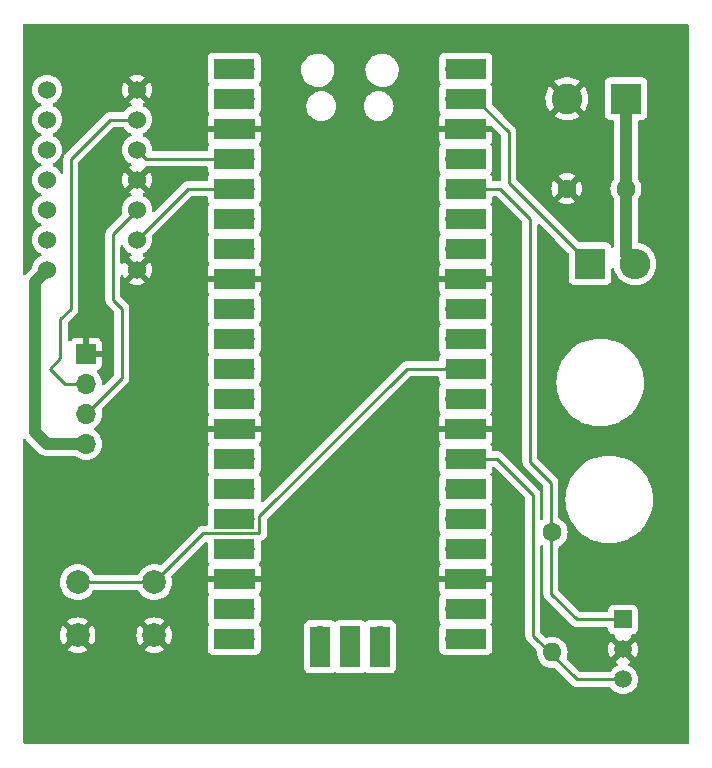
<source format=gtl>
G04 #@! TF.GenerationSoftware,KiCad,Pcbnew,(6.0.6)*
G04 #@! TF.CreationDate,2022-11-09T14:25:10-05:00*
G04 #@! TF.ProjectId,pov_display,706f765f-6469-4737-906c-61792e6b6963,v01*
G04 #@! TF.SameCoordinates,Original*
G04 #@! TF.FileFunction,Copper,L1,Top*
G04 #@! TF.FilePolarity,Positive*
%FSLAX46Y46*%
G04 Gerber Fmt 4.6, Leading zero omitted, Abs format (unit mm)*
G04 Created by KiCad (PCBNEW (6.0.6)) date 2022-11-09 14:25:10*
%MOMM*%
%LPD*%
G01*
G04 APERTURE LIST*
G04 #@! TA.AperFunction,ComponentPad*
%ADD10C,1.600000*%
G04 #@! TD*
G04 #@! TA.AperFunction,ComponentPad*
%ADD11O,1.600000X1.600000*%
G04 #@! TD*
G04 #@! TA.AperFunction,ComponentPad*
%ADD12C,1.524000*%
G04 #@! TD*
G04 #@! TA.AperFunction,ComponentPad*
%ADD13R,2.600000X2.600000*%
G04 #@! TD*
G04 #@! TA.AperFunction,ComponentPad*
%ADD14C,2.600000*%
G04 #@! TD*
G04 #@! TA.AperFunction,ComponentPad*
%ADD15R,1.500000X1.500000*%
G04 #@! TD*
G04 #@! TA.AperFunction,ComponentPad*
%ADD16C,1.500000*%
G04 #@! TD*
G04 #@! TA.AperFunction,ComponentPad*
%ADD17O,1.700000X1.700000*%
G04 #@! TD*
G04 #@! TA.AperFunction,SMDPad,CuDef*
%ADD18R,3.500000X1.700000*%
G04 #@! TD*
G04 #@! TA.AperFunction,ComponentPad*
%ADD19R,1.700000X1.700000*%
G04 #@! TD*
G04 #@! TA.AperFunction,SMDPad,CuDef*
%ADD20R,1.700000X3.500000*%
G04 #@! TD*
G04 #@! TA.AperFunction,ComponentPad*
%ADD21O,2.600000X2.600000*%
G04 #@! TD*
G04 #@! TA.AperFunction,ComponentPad*
%ADD22C,2.000000*%
G04 #@! TD*
G04 #@! TA.AperFunction,Conductor*
%ADD23C,0.254000*%
G04 #@! TD*
G04 #@! TA.AperFunction,Conductor*
%ADD24C,1.016000*%
G04 #@! TD*
G04 APERTURE END LIST*
D10*
X103231500Y-150514500D03*
D11*
X103231500Y-160674500D03*
D12*
X68072000Y-128270000D03*
X68072000Y-125730000D03*
X68072000Y-123190000D03*
X68072000Y-120650000D03*
X68072000Y-118110000D03*
X68072000Y-115570000D03*
X68072000Y-113030000D03*
X60452000Y-113030000D03*
X60452000Y-115570000D03*
X60452000Y-118110000D03*
X60452000Y-120650000D03*
X60452000Y-123190000D03*
X60452000Y-125730000D03*
X60452000Y-128270000D03*
D10*
X109474000Y-121412000D03*
X104474000Y-121412000D03*
D13*
X109474000Y-113792000D03*
D14*
X104474000Y-113792000D03*
D15*
X109221500Y-157880500D03*
D16*
X109221500Y-160420500D03*
X109221500Y-162960500D03*
D17*
X77216000Y-111252000D03*
D18*
X76316000Y-111252000D03*
X76316000Y-113792000D03*
D17*
X77216000Y-113792000D03*
D18*
X76316000Y-116332000D03*
D19*
X77216000Y-116332000D03*
D18*
X76316000Y-118872000D03*
D17*
X77216000Y-118872000D03*
D18*
X76316000Y-121412000D03*
D17*
X77216000Y-121412000D03*
X77216000Y-123952000D03*
D18*
X76316000Y-123952000D03*
X76316000Y-126492000D03*
D17*
X77216000Y-126492000D03*
D18*
X76316000Y-129032000D03*
D19*
X77216000Y-129032000D03*
D17*
X77216000Y-131572000D03*
D18*
X76316000Y-131572000D03*
X76316000Y-134112000D03*
D17*
X77216000Y-134112000D03*
X77216000Y-136652000D03*
D18*
X76316000Y-136652000D03*
D17*
X77216000Y-139192000D03*
D18*
X76316000Y-139192000D03*
X76316000Y-141732000D03*
D19*
X77216000Y-141732000D03*
D17*
X77216000Y-144272000D03*
D18*
X76316000Y-144272000D03*
X76316000Y-146812000D03*
D17*
X77216000Y-146812000D03*
D18*
X76316000Y-149352000D03*
D17*
X77216000Y-149352000D03*
D18*
X76316000Y-151892000D03*
D17*
X77216000Y-151892000D03*
D19*
X77216000Y-154432000D03*
D18*
X76316000Y-154432000D03*
D17*
X77216000Y-156972000D03*
D18*
X76316000Y-156972000D03*
D17*
X77216000Y-159512000D03*
D18*
X76316000Y-159512000D03*
X95896000Y-159512000D03*
D17*
X94996000Y-159512000D03*
D18*
X95896000Y-156972000D03*
D17*
X94996000Y-156972000D03*
D19*
X94996000Y-154432000D03*
D18*
X95896000Y-154432000D03*
D17*
X94996000Y-151892000D03*
D18*
X95896000Y-151892000D03*
X95896000Y-149352000D03*
D17*
X94996000Y-149352000D03*
D18*
X95896000Y-146812000D03*
D17*
X94996000Y-146812000D03*
D18*
X95896000Y-144272000D03*
D17*
X94996000Y-144272000D03*
D19*
X94996000Y-141732000D03*
D18*
X95896000Y-141732000D03*
X95896000Y-139192000D03*
D17*
X94996000Y-139192000D03*
D18*
X95896000Y-136652000D03*
D17*
X94996000Y-136652000D03*
X94996000Y-134112000D03*
D18*
X95896000Y-134112000D03*
D17*
X94996000Y-131572000D03*
D18*
X95896000Y-131572000D03*
X95896000Y-129032000D03*
D19*
X94996000Y-129032000D03*
D18*
X95896000Y-126492000D03*
D17*
X94996000Y-126492000D03*
D18*
X95896000Y-123952000D03*
D17*
X94996000Y-123952000D03*
X94996000Y-121412000D03*
D18*
X95896000Y-121412000D03*
D17*
X94996000Y-118872000D03*
D18*
X95896000Y-118872000D03*
D19*
X94996000Y-116332000D03*
D18*
X95896000Y-116332000D03*
D17*
X94996000Y-113792000D03*
D18*
X95896000Y-113792000D03*
D17*
X94996000Y-111252000D03*
D18*
X95896000Y-111252000D03*
D17*
X83566000Y-159282000D03*
D20*
X83566000Y-160182000D03*
D19*
X86106000Y-159282000D03*
D20*
X86106000Y-160182000D03*
X88646000Y-160182000D03*
D17*
X88646000Y-159282000D03*
D19*
X63754000Y-135392000D03*
D17*
X63754000Y-137932000D03*
X63754000Y-140472000D03*
X63754000Y-143012000D03*
D13*
X106426000Y-127762000D03*
D21*
X110236000Y-127762000D03*
D22*
X69544000Y-154722000D03*
X63044000Y-154722000D03*
X69544000Y-159222000D03*
X63044000Y-159222000D03*
D23*
X101346000Y-123952000D02*
X101346000Y-144526000D01*
X101346000Y-144526000D02*
X103124000Y-146304000D01*
X105302500Y-157880500D02*
X109221500Y-157880500D01*
X103124000Y-155702000D02*
X105302500Y-157880500D01*
X98806000Y-121412000D02*
X101346000Y-123952000D01*
X94996000Y-121412000D02*
X98806000Y-121412000D01*
X103124000Y-146304000D02*
X103124000Y-155702000D01*
X94996000Y-144272000D02*
X98552000Y-144272000D01*
X98552000Y-144272000D02*
X101600000Y-147320000D01*
X101600000Y-147320000D02*
X101600000Y-159258000D01*
X105302500Y-162960500D02*
X109221500Y-162960500D01*
X101600000Y-159258000D02*
X105302500Y-162960500D01*
X66802000Y-137424000D02*
X66802000Y-131572000D01*
X78447000Y-149137000D02*
X78447000Y-150583000D01*
X90932000Y-136652000D02*
X78447000Y-149137000D01*
X61595000Y-135763000D02*
X61595000Y-132461000D01*
X106426000Y-127762000D02*
X99568000Y-120904000D01*
X62484000Y-118872000D02*
X65786000Y-115570000D01*
X63754000Y-140472000D02*
X66802000Y-137424000D01*
X65786000Y-115570000D02*
X68072000Y-115570000D01*
X61595000Y-132461000D02*
X62484000Y-131572000D01*
X66802000Y-131572000D02*
X66040000Y-130810000D01*
X62484000Y-131572000D02*
X62484000Y-118872000D01*
X77216000Y-118872000D02*
X68833999Y-118871999D01*
X68833999Y-118871999D02*
X68072000Y-118110000D01*
X60706000Y-136652000D02*
X61595000Y-135763000D01*
X77216000Y-121412000D02*
X72390000Y-121412000D01*
X72390000Y-121412000D02*
X68072000Y-125730000D01*
X78447000Y-150583000D02*
X73683000Y-150583000D01*
X99568000Y-120904000D02*
X99568000Y-116642000D01*
X66040000Y-125222000D02*
X68072000Y-123190000D01*
X63754000Y-137932000D02*
X61986000Y-137932000D01*
X73683000Y-150583000D02*
X69544000Y-154722000D01*
X69544000Y-154722000D02*
X63044000Y-154722000D01*
X94996000Y-136652000D02*
X90932000Y-136652000D01*
X66040000Y-130810000D02*
X66040000Y-125222000D01*
X99568000Y-116642000D02*
X96718000Y-113792000D01*
X61986000Y-137932000D02*
X60706000Y-136652000D01*
X96718000Y-113792000D02*
X94996000Y-113792000D01*
D24*
X60462000Y-143012000D02*
X63754000Y-143012000D01*
X109474000Y-121412000D02*
X109474000Y-113792000D01*
X59436000Y-129286000D02*
X59436000Y-141986000D01*
X60452000Y-128270000D02*
X59436000Y-129286000D01*
X109474000Y-127000000D02*
X110236000Y-127762000D01*
X109474000Y-121412000D02*
X109474000Y-127000000D01*
X59436000Y-141986000D02*
X60462000Y-143012000D01*
G04 #@! TA.AperFunction,Conductor*
G36*
X114749621Y-107462502D02*
G01*
X114796114Y-107516158D01*
X114807500Y-107568500D01*
X114807500Y-168275500D01*
X114787498Y-168343621D01*
X114733842Y-168390114D01*
X114681500Y-168401500D01*
X58546500Y-168401500D01*
X58478379Y-168381498D01*
X58431886Y-168327842D01*
X58420500Y-168275500D01*
X58420500Y-160454670D01*
X62176160Y-160454670D01*
X62181887Y-160462320D01*
X62353042Y-160567205D01*
X62361837Y-160571687D01*
X62571988Y-160658734D01*
X62581373Y-160661783D01*
X62802554Y-160714885D01*
X62812301Y-160716428D01*
X63039070Y-160734275D01*
X63048930Y-160734275D01*
X63275699Y-160716428D01*
X63285446Y-160714885D01*
X63506627Y-160661783D01*
X63516012Y-160658734D01*
X63726163Y-160571687D01*
X63734958Y-160567205D01*
X63902445Y-160464568D01*
X63911400Y-160454670D01*
X68676160Y-160454670D01*
X68681887Y-160462320D01*
X68853042Y-160567205D01*
X68861837Y-160571687D01*
X69071988Y-160658734D01*
X69081373Y-160661783D01*
X69302554Y-160714885D01*
X69312301Y-160716428D01*
X69539070Y-160734275D01*
X69548930Y-160734275D01*
X69775699Y-160716428D01*
X69785446Y-160714885D01*
X70006627Y-160661783D01*
X70016012Y-160658734D01*
X70226163Y-160571687D01*
X70234958Y-160567205D01*
X70402445Y-160464568D01*
X70411907Y-160454110D01*
X70408124Y-160445334D01*
X70372924Y-160410134D01*
X74057500Y-160410134D01*
X74064255Y-160472316D01*
X74115385Y-160608705D01*
X74202739Y-160725261D01*
X74319295Y-160812615D01*
X74455684Y-160863745D01*
X74517866Y-160870500D01*
X77186826Y-160870500D01*
X77191443Y-160870585D01*
X77272673Y-160873564D01*
X77272677Y-160873564D01*
X77277837Y-160873753D01*
X77282957Y-160873097D01*
X77282959Y-160873097D01*
X77295261Y-160871521D01*
X77311271Y-160870500D01*
X78114134Y-160870500D01*
X78176316Y-160863745D01*
X78312705Y-160812615D01*
X78429261Y-160725261D01*
X78516615Y-160608705D01*
X78567745Y-160472316D01*
X78574500Y-160410134D01*
X78574500Y-159609856D01*
X78575578Y-159593409D01*
X78577092Y-159581908D01*
X78577529Y-159578590D01*
X78577822Y-159566588D01*
X78579074Y-159515365D01*
X78579074Y-159515361D01*
X78579156Y-159512000D01*
X78574924Y-159460524D01*
X78574500Y-159450200D01*
X78574500Y-159248695D01*
X82203251Y-159248695D01*
X82203548Y-159253848D01*
X82203548Y-159253851D01*
X82207291Y-159318763D01*
X82207500Y-159326016D01*
X82207500Y-161980134D01*
X82214255Y-162042316D01*
X82265385Y-162178705D01*
X82352739Y-162295261D01*
X82469295Y-162382615D01*
X82605684Y-162433745D01*
X82667866Y-162440500D01*
X84464134Y-162440500D01*
X84526316Y-162433745D01*
X84662705Y-162382615D01*
X84760436Y-162309370D01*
X84826941Y-162284522D01*
X84896324Y-162299575D01*
X84911562Y-162309368D01*
X85009295Y-162382615D01*
X85145684Y-162433745D01*
X85207866Y-162440500D01*
X87004134Y-162440500D01*
X87066316Y-162433745D01*
X87202705Y-162382615D01*
X87300436Y-162309370D01*
X87366941Y-162284522D01*
X87436324Y-162299575D01*
X87451562Y-162309368D01*
X87549295Y-162382615D01*
X87685684Y-162433745D01*
X87747866Y-162440500D01*
X89544134Y-162440500D01*
X89606316Y-162433745D01*
X89742705Y-162382615D01*
X89859261Y-162295261D01*
X89946615Y-162178705D01*
X89997745Y-162042316D01*
X90004500Y-161980134D01*
X90004500Y-159478695D01*
X93633251Y-159478695D01*
X93633548Y-159483848D01*
X93633548Y-159483851D01*
X93637291Y-159548763D01*
X93637500Y-159556016D01*
X93637500Y-160410134D01*
X93644255Y-160472316D01*
X93695385Y-160608705D01*
X93782739Y-160725261D01*
X93899295Y-160812615D01*
X94035684Y-160863745D01*
X94097866Y-160870500D01*
X94966826Y-160870500D01*
X94971443Y-160870585D01*
X95052673Y-160873564D01*
X95052677Y-160873564D01*
X95057837Y-160873753D01*
X95062957Y-160873097D01*
X95062959Y-160873097D01*
X95075261Y-160871521D01*
X95091271Y-160870500D01*
X97694134Y-160870500D01*
X97756316Y-160863745D01*
X97892705Y-160812615D01*
X98009261Y-160725261D01*
X98096615Y-160608705D01*
X98147745Y-160472316D01*
X98154500Y-160410134D01*
X98154500Y-158613866D01*
X98147745Y-158551684D01*
X98096615Y-158415295D01*
X98023370Y-158317564D01*
X97998522Y-158251059D01*
X98013575Y-158181676D01*
X98023370Y-158166435D01*
X98091229Y-158075891D01*
X98096615Y-158068705D01*
X98147745Y-157932316D01*
X98154500Y-157870134D01*
X98154500Y-156073866D01*
X98147745Y-156011684D01*
X98096615Y-155875295D01*
X98023058Y-155777148D01*
X97998210Y-155710642D01*
X98013263Y-155641259D01*
X98023058Y-155626018D01*
X98090786Y-155535649D01*
X98099324Y-155520054D01*
X98144478Y-155399606D01*
X98148105Y-155384351D01*
X98153631Y-155333486D01*
X98154000Y-155326672D01*
X98154000Y-154704115D01*
X98149525Y-154688876D01*
X98148135Y-154687671D01*
X98140452Y-154686000D01*
X93656116Y-154686000D01*
X93640877Y-154690475D01*
X93639672Y-154691865D01*
X93638001Y-154699548D01*
X93638001Y-155326669D01*
X93638371Y-155333490D01*
X93643895Y-155384352D01*
X93647521Y-155399604D01*
X93692676Y-155520054D01*
X93701214Y-155535649D01*
X93768942Y-155626018D01*
X93793790Y-155692525D01*
X93778737Y-155761907D01*
X93768942Y-155777148D01*
X93695385Y-155875295D01*
X93644255Y-156011684D01*
X93637500Y-156073866D01*
X93637500Y-156892219D01*
X93636787Y-156905607D01*
X93633251Y-156938695D01*
X93633548Y-156943848D01*
X93633548Y-156943851D01*
X93637291Y-157008763D01*
X93637500Y-157016016D01*
X93637500Y-157870134D01*
X93644255Y-157932316D01*
X93695385Y-158068705D01*
X93700771Y-158075891D01*
X93768630Y-158166435D01*
X93793478Y-158232941D01*
X93778425Y-158302324D01*
X93768632Y-158317562D01*
X93695385Y-158415295D01*
X93644255Y-158551684D01*
X93637500Y-158613866D01*
X93637500Y-159432219D01*
X93636787Y-159445607D01*
X93633251Y-159478695D01*
X90004500Y-159478695D01*
X90004500Y-159379856D01*
X90005578Y-159363409D01*
X90007092Y-159351908D01*
X90007529Y-159348590D01*
X90008378Y-159313856D01*
X90009074Y-159285365D01*
X90009074Y-159285361D01*
X90009156Y-159282000D01*
X90004924Y-159230524D01*
X90004500Y-159220200D01*
X90004500Y-158383866D01*
X89997745Y-158321684D01*
X89946615Y-158185295D01*
X89859261Y-158068739D01*
X89742705Y-157981385D01*
X89606316Y-157930255D01*
X89544134Y-157923500D01*
X88660985Y-157923500D01*
X88659446Y-157923491D01*
X88556081Y-157922228D01*
X88556079Y-157922228D01*
X88550911Y-157922165D01*
X88545797Y-157922948D01*
X88542289Y-157923193D01*
X88533496Y-157923500D01*
X87747866Y-157923500D01*
X87685684Y-157930255D01*
X87549295Y-157981385D01*
X87451565Y-158054630D01*
X87385059Y-158079478D01*
X87315676Y-158064425D01*
X87300435Y-158054630D01*
X87202705Y-157981385D01*
X87066316Y-157930255D01*
X87004134Y-157923500D01*
X85207866Y-157923500D01*
X85145684Y-157930255D01*
X85009295Y-157981385D01*
X84911565Y-158054630D01*
X84845059Y-158079478D01*
X84775676Y-158064425D01*
X84760435Y-158054630D01*
X84662705Y-157981385D01*
X84526316Y-157930255D01*
X84464134Y-157923500D01*
X83580985Y-157923500D01*
X83579446Y-157923491D01*
X83476081Y-157922228D01*
X83476079Y-157922228D01*
X83470911Y-157922165D01*
X83465797Y-157922948D01*
X83462289Y-157923193D01*
X83453496Y-157923500D01*
X82667866Y-157923500D01*
X82605684Y-157930255D01*
X82469295Y-157981385D01*
X82352739Y-158068739D01*
X82265385Y-158185295D01*
X82214255Y-158321684D01*
X82207500Y-158383866D01*
X82207500Y-159202219D01*
X82206787Y-159215607D01*
X82203251Y-159248695D01*
X78574500Y-159248695D01*
X78574500Y-158613866D01*
X78567745Y-158551684D01*
X78516615Y-158415295D01*
X78443370Y-158317564D01*
X78418522Y-158251059D01*
X78433575Y-158181676D01*
X78443370Y-158166435D01*
X78511229Y-158075891D01*
X78516615Y-158068705D01*
X78567745Y-157932316D01*
X78574500Y-157870134D01*
X78574500Y-157069856D01*
X78575578Y-157053409D01*
X78577092Y-157041908D01*
X78577529Y-157038590D01*
X78578081Y-157016016D01*
X78579074Y-156975365D01*
X78579074Y-156975361D01*
X78579156Y-156972000D01*
X78574924Y-156920524D01*
X78574500Y-156910200D01*
X78574500Y-156073866D01*
X78567745Y-156011684D01*
X78516615Y-155875295D01*
X78443058Y-155777148D01*
X78418210Y-155710642D01*
X78433263Y-155641259D01*
X78443058Y-155626018D01*
X78510786Y-155535649D01*
X78519324Y-155520054D01*
X78564478Y-155399606D01*
X78568105Y-155384351D01*
X78573631Y-155333486D01*
X78574000Y-155326672D01*
X78574000Y-154704115D01*
X78569525Y-154688876D01*
X78568135Y-154687671D01*
X78560452Y-154686000D01*
X74076116Y-154686000D01*
X74060877Y-154690475D01*
X74059672Y-154691865D01*
X74058001Y-154699548D01*
X74058001Y-155326669D01*
X74058371Y-155333490D01*
X74063895Y-155384352D01*
X74067521Y-155399604D01*
X74112676Y-155520054D01*
X74121214Y-155535649D01*
X74188942Y-155626018D01*
X74213790Y-155692525D01*
X74198737Y-155761907D01*
X74188942Y-155777148D01*
X74115385Y-155875295D01*
X74064255Y-156011684D01*
X74057500Y-156073866D01*
X74057500Y-157870134D01*
X74064255Y-157932316D01*
X74115385Y-158068705D01*
X74120771Y-158075891D01*
X74188630Y-158166435D01*
X74213478Y-158232941D01*
X74198425Y-158302324D01*
X74188632Y-158317562D01*
X74115385Y-158415295D01*
X74064255Y-158551684D01*
X74057500Y-158613866D01*
X74057500Y-160410134D01*
X70372924Y-160410134D01*
X69556812Y-159594022D01*
X69542868Y-159586408D01*
X69541035Y-159586539D01*
X69534420Y-159590790D01*
X68682920Y-160442290D01*
X68676160Y-160454670D01*
X63911400Y-160454670D01*
X63911907Y-160454110D01*
X63908124Y-160445334D01*
X63056812Y-159594022D01*
X63042868Y-159586408D01*
X63041035Y-159586539D01*
X63034420Y-159590790D01*
X62182920Y-160442290D01*
X62176160Y-160454670D01*
X58420500Y-160454670D01*
X58420500Y-159226930D01*
X61531725Y-159226930D01*
X61549572Y-159453699D01*
X61551115Y-159463446D01*
X61604217Y-159684627D01*
X61607266Y-159694012D01*
X61694313Y-159904163D01*
X61698795Y-159912958D01*
X61801432Y-160080445D01*
X61811890Y-160089907D01*
X61820666Y-160086124D01*
X62671978Y-159234812D01*
X62678356Y-159223132D01*
X63408408Y-159223132D01*
X63408539Y-159224965D01*
X63412790Y-159231580D01*
X64264290Y-160083080D01*
X64276670Y-160089840D01*
X64284320Y-160084113D01*
X64389205Y-159912958D01*
X64393687Y-159904163D01*
X64480734Y-159694012D01*
X64483783Y-159684627D01*
X64536885Y-159463446D01*
X64538428Y-159453699D01*
X64556275Y-159226930D01*
X68031725Y-159226930D01*
X68049572Y-159453699D01*
X68051115Y-159463446D01*
X68104217Y-159684627D01*
X68107266Y-159694012D01*
X68194313Y-159904163D01*
X68198795Y-159912958D01*
X68301432Y-160080445D01*
X68311890Y-160089907D01*
X68320666Y-160086124D01*
X69171978Y-159234812D01*
X69178356Y-159223132D01*
X69908408Y-159223132D01*
X69908539Y-159224965D01*
X69912790Y-159231580D01*
X70764290Y-160083080D01*
X70776670Y-160089840D01*
X70784320Y-160084113D01*
X70889205Y-159912958D01*
X70893687Y-159904163D01*
X70980734Y-159694012D01*
X70983783Y-159684627D01*
X71036885Y-159463446D01*
X71038428Y-159453699D01*
X71056275Y-159226930D01*
X71056275Y-159217070D01*
X71038428Y-158990301D01*
X71036885Y-158980554D01*
X70983783Y-158759373D01*
X70980734Y-158749988D01*
X70893687Y-158539837D01*
X70889205Y-158531042D01*
X70786568Y-158363555D01*
X70776110Y-158354093D01*
X70767334Y-158357876D01*
X69916022Y-159209188D01*
X69908408Y-159223132D01*
X69178356Y-159223132D01*
X69179592Y-159220868D01*
X69179461Y-159219035D01*
X69175210Y-159212420D01*
X68323710Y-158360920D01*
X68311330Y-158354160D01*
X68303680Y-158359887D01*
X68198795Y-158531042D01*
X68194313Y-158539837D01*
X68107266Y-158749988D01*
X68104217Y-158759373D01*
X68051115Y-158980554D01*
X68049572Y-158990301D01*
X68031725Y-159217070D01*
X68031725Y-159226930D01*
X64556275Y-159226930D01*
X64556275Y-159217070D01*
X64538428Y-158990301D01*
X64536885Y-158980554D01*
X64483783Y-158759373D01*
X64480734Y-158749988D01*
X64393687Y-158539837D01*
X64389205Y-158531042D01*
X64286568Y-158363555D01*
X64276110Y-158354093D01*
X64267334Y-158357876D01*
X63416022Y-159209188D01*
X63408408Y-159223132D01*
X62678356Y-159223132D01*
X62679592Y-159220868D01*
X62679461Y-159219035D01*
X62675210Y-159212420D01*
X61823710Y-158360920D01*
X61811330Y-158354160D01*
X61803680Y-158359887D01*
X61698795Y-158531042D01*
X61694313Y-158539837D01*
X61607266Y-158749988D01*
X61604217Y-158759373D01*
X61551115Y-158980554D01*
X61549572Y-158990301D01*
X61531725Y-159217070D01*
X61531725Y-159226930D01*
X58420500Y-159226930D01*
X58420500Y-157989890D01*
X62176093Y-157989890D01*
X62179876Y-157998666D01*
X63031188Y-158849978D01*
X63045132Y-158857592D01*
X63046965Y-158857461D01*
X63053580Y-158853210D01*
X63905080Y-158001710D01*
X63911534Y-157989890D01*
X68676093Y-157989890D01*
X68679876Y-157998666D01*
X69531188Y-158849978D01*
X69545132Y-158857592D01*
X69546965Y-158857461D01*
X69553580Y-158853210D01*
X70405080Y-158001710D01*
X70411840Y-157989330D01*
X70406113Y-157981680D01*
X70234958Y-157876795D01*
X70226163Y-157872313D01*
X70016012Y-157785266D01*
X70006627Y-157782217D01*
X69785446Y-157729115D01*
X69775699Y-157727572D01*
X69548930Y-157709725D01*
X69539070Y-157709725D01*
X69312301Y-157727572D01*
X69302554Y-157729115D01*
X69081373Y-157782217D01*
X69071988Y-157785266D01*
X68861837Y-157872313D01*
X68853042Y-157876795D01*
X68685555Y-157979432D01*
X68676093Y-157989890D01*
X63911534Y-157989890D01*
X63911840Y-157989330D01*
X63906113Y-157981680D01*
X63734958Y-157876795D01*
X63726163Y-157872313D01*
X63516012Y-157785266D01*
X63506627Y-157782217D01*
X63285446Y-157729115D01*
X63275699Y-157727572D01*
X63048930Y-157709725D01*
X63039070Y-157709725D01*
X62812301Y-157727572D01*
X62802554Y-157729115D01*
X62581373Y-157782217D01*
X62571988Y-157785266D01*
X62361837Y-157872313D01*
X62353042Y-157876795D01*
X62185555Y-157979432D01*
X62176093Y-157989890D01*
X58420500Y-157989890D01*
X58420500Y-154722000D01*
X61530835Y-154722000D01*
X61549465Y-154958711D01*
X61604895Y-155189594D01*
X61606788Y-155194165D01*
X61606789Y-155194167D01*
X61685566Y-155384352D01*
X61695760Y-155408963D01*
X61698346Y-155413183D01*
X61817241Y-155607202D01*
X61817245Y-155607208D01*
X61819824Y-155611416D01*
X61974031Y-155791969D01*
X62154584Y-155946176D01*
X62158792Y-155948755D01*
X62158798Y-155948759D01*
X62352817Y-156067654D01*
X62357037Y-156070240D01*
X62361607Y-156072133D01*
X62361611Y-156072135D01*
X62571833Y-156159211D01*
X62576406Y-156161105D01*
X62624124Y-156172561D01*
X62802476Y-156215380D01*
X62802482Y-156215381D01*
X62807289Y-156216535D01*
X63044000Y-156235165D01*
X63280711Y-156216535D01*
X63285518Y-156215381D01*
X63285524Y-156215380D01*
X63463876Y-156172561D01*
X63511594Y-156161105D01*
X63516167Y-156159211D01*
X63726389Y-156072135D01*
X63726393Y-156072133D01*
X63730963Y-156070240D01*
X63735183Y-156067654D01*
X63929202Y-155948759D01*
X63929208Y-155948755D01*
X63933416Y-155946176D01*
X64113969Y-155791969D01*
X64268176Y-155611416D01*
X64386908Y-155417664D01*
X64439555Y-155370034D01*
X64494340Y-155357500D01*
X68093660Y-155357500D01*
X68161781Y-155377502D01*
X68201092Y-155417664D01*
X68319824Y-155611416D01*
X68474031Y-155791969D01*
X68654584Y-155946176D01*
X68658792Y-155948755D01*
X68658798Y-155948759D01*
X68852817Y-156067654D01*
X68857037Y-156070240D01*
X68861607Y-156072133D01*
X68861611Y-156072135D01*
X69071833Y-156159211D01*
X69076406Y-156161105D01*
X69124124Y-156172561D01*
X69302476Y-156215380D01*
X69302482Y-156215381D01*
X69307289Y-156216535D01*
X69544000Y-156235165D01*
X69780711Y-156216535D01*
X69785518Y-156215381D01*
X69785524Y-156215380D01*
X69963876Y-156172561D01*
X70011594Y-156161105D01*
X70016167Y-156159211D01*
X70226389Y-156072135D01*
X70226393Y-156072133D01*
X70230963Y-156070240D01*
X70235183Y-156067654D01*
X70429202Y-155948759D01*
X70429208Y-155948755D01*
X70433416Y-155946176D01*
X70613969Y-155791969D01*
X70768176Y-155611416D01*
X70770755Y-155607208D01*
X70770759Y-155607202D01*
X70889654Y-155413183D01*
X70892240Y-155408963D01*
X70902435Y-155384352D01*
X70981211Y-155194167D01*
X70981212Y-155194165D01*
X70983105Y-155189594D01*
X71038535Y-154958711D01*
X71057165Y-154722000D01*
X71038535Y-154485289D01*
X70985488Y-154264330D01*
X70989035Y-154193422D01*
X71018912Y-154145821D01*
X73842405Y-151322328D01*
X73904717Y-151288302D01*
X73975532Y-151293367D01*
X74032368Y-151335914D01*
X74057179Y-151402434D01*
X74057500Y-151411423D01*
X74057500Y-152790134D01*
X74064255Y-152852316D01*
X74115385Y-152988705D01*
X74120771Y-152995891D01*
X74188942Y-153086852D01*
X74213790Y-153153358D01*
X74198737Y-153222741D01*
X74188942Y-153237982D01*
X74121214Y-153328351D01*
X74112676Y-153343946D01*
X74067522Y-153464394D01*
X74063895Y-153479649D01*
X74058369Y-153530514D01*
X74058000Y-153537328D01*
X74058000Y-154159885D01*
X74062475Y-154175124D01*
X74063865Y-154176329D01*
X74071548Y-154178000D01*
X78555884Y-154178000D01*
X78571123Y-154173525D01*
X78572328Y-154172135D01*
X78573999Y-154164452D01*
X78573999Y-153537331D01*
X78573629Y-153530510D01*
X78568105Y-153479648D01*
X78564479Y-153464396D01*
X78519324Y-153343946D01*
X78510786Y-153328351D01*
X78443058Y-153237982D01*
X78418210Y-153171475D01*
X78433263Y-153102093D01*
X78443058Y-153086852D01*
X78511229Y-152995891D01*
X78516615Y-152988705D01*
X78567745Y-152852316D01*
X78574500Y-152790134D01*
X78574500Y-151989856D01*
X78575578Y-151973409D01*
X78577092Y-151961908D01*
X78577529Y-151958590D01*
X78579156Y-151892000D01*
X78576418Y-151858695D01*
X93633251Y-151858695D01*
X93633548Y-151863848D01*
X93633548Y-151863851D01*
X93637291Y-151928763D01*
X93637500Y-151936016D01*
X93637500Y-152790134D01*
X93644255Y-152852316D01*
X93695385Y-152988705D01*
X93700771Y-152995891D01*
X93768942Y-153086852D01*
X93793790Y-153153358D01*
X93778737Y-153222741D01*
X93768942Y-153237982D01*
X93701214Y-153328351D01*
X93692676Y-153343946D01*
X93647522Y-153464394D01*
X93643895Y-153479649D01*
X93638369Y-153530514D01*
X93638000Y-153537328D01*
X93638000Y-154159885D01*
X93642475Y-154175124D01*
X93643865Y-154176329D01*
X93651548Y-154178000D01*
X98135884Y-154178000D01*
X98151123Y-154173525D01*
X98152328Y-154172135D01*
X98153999Y-154164452D01*
X98153999Y-153537331D01*
X98153629Y-153530510D01*
X98148105Y-153479648D01*
X98144479Y-153464396D01*
X98099324Y-153343946D01*
X98090786Y-153328351D01*
X98023058Y-153237982D01*
X97998210Y-153171475D01*
X98013263Y-153102093D01*
X98023058Y-153086852D01*
X98091229Y-152995891D01*
X98096615Y-152988705D01*
X98147745Y-152852316D01*
X98154500Y-152790134D01*
X98154500Y-150993866D01*
X98147745Y-150931684D01*
X98096615Y-150795295D01*
X98023370Y-150697564D01*
X97998522Y-150631059D01*
X98013575Y-150561676D01*
X98023370Y-150546435D01*
X98047304Y-150514500D01*
X98096615Y-150448705D01*
X98147745Y-150312316D01*
X98154500Y-150250134D01*
X98154500Y-148453866D01*
X98147745Y-148391684D01*
X98096615Y-148255295D01*
X98023370Y-148157564D01*
X97998522Y-148091059D01*
X98013575Y-148021676D01*
X98023370Y-148006435D01*
X98096615Y-147908705D01*
X98147745Y-147772316D01*
X98154500Y-147710134D01*
X98154500Y-145913866D01*
X98147745Y-145851684D01*
X98096615Y-145715295D01*
X98023370Y-145617564D01*
X97998522Y-145551059D01*
X98013575Y-145481676D01*
X98023370Y-145466435D01*
X98091229Y-145375891D01*
X98096615Y-145368705D01*
X98147745Y-145232316D01*
X98154500Y-145170134D01*
X98154500Y-145077422D01*
X98174502Y-145009301D01*
X98228158Y-144962808D01*
X98298432Y-144952704D01*
X98363012Y-144982198D01*
X98369595Y-144988327D01*
X99649250Y-146267983D01*
X100927595Y-147546328D01*
X100961621Y-147608640D01*
X100964500Y-147635423D01*
X100964500Y-159178980D01*
X100963970Y-159190214D01*
X100962292Y-159197719D01*
X100963091Y-159223132D01*
X100964438Y-159266012D01*
X100964500Y-159269969D01*
X100964500Y-159297983D01*
X100964996Y-159301908D01*
X100964996Y-159301909D01*
X100965008Y-159302004D01*
X100965941Y-159313849D01*
X100967335Y-159358205D01*
X100971226Y-159371597D01*
X100973013Y-159377748D01*
X100977023Y-159397112D01*
X100979573Y-159417299D01*
X100982489Y-159424663D01*
X100982490Y-159424668D01*
X100995907Y-159458556D01*
X100999752Y-159469785D01*
X101002341Y-159478695D01*
X101012131Y-159512393D01*
X101016169Y-159519220D01*
X101016170Y-159519223D01*
X101022488Y-159529906D01*
X101031188Y-159547664D01*
X101035761Y-159559215D01*
X101035765Y-159559221D01*
X101038681Y-159566588D01*
X101043339Y-159572999D01*
X101043340Y-159573001D01*
X101053081Y-159586408D01*
X101064117Y-159601597D01*
X101064764Y-159602488D01*
X101071281Y-159612410D01*
X101089826Y-159643768D01*
X101089829Y-159643772D01*
X101093866Y-159650598D01*
X101108250Y-159664982D01*
X101121091Y-159680016D01*
X101133058Y-159696487D01*
X101139166Y-159701540D01*
X101167255Y-159724777D01*
X101176035Y-159732767D01*
X101892526Y-160449258D01*
X101926552Y-160511570D01*
X101928952Y-160549334D01*
X101921519Y-160634304D01*
X101918002Y-160674500D01*
X101937957Y-160902587D01*
X101939381Y-160907900D01*
X101939381Y-160907902D01*
X101990000Y-161096811D01*
X101997216Y-161123743D01*
X101999539Y-161128724D01*
X101999539Y-161128725D01*
X102091651Y-161326262D01*
X102091654Y-161326267D01*
X102093977Y-161331249D01*
X102097134Y-161335757D01*
X102192261Y-161471612D01*
X102225302Y-161518800D01*
X102387200Y-161680698D01*
X102391708Y-161683855D01*
X102391711Y-161683857D01*
X102410757Y-161697193D01*
X102574751Y-161812023D01*
X102579733Y-161814346D01*
X102579738Y-161814349D01*
X102698228Y-161869601D01*
X102782257Y-161908784D01*
X102787565Y-161910206D01*
X102787567Y-161910207D01*
X102998098Y-161966619D01*
X102998100Y-161966619D01*
X103003413Y-161968043D01*
X103231500Y-161987998D01*
X103236975Y-161987519D01*
X103236976Y-161987519D01*
X103356665Y-161977048D01*
X103426270Y-161991037D01*
X103456741Y-162013474D01*
X104797250Y-163353983D01*
X104804826Y-163362309D01*
X104808947Y-163368803D01*
X104814722Y-163374226D01*
X104858765Y-163415585D01*
X104861607Y-163418340D01*
X104881406Y-163438139D01*
X104884531Y-163440563D01*
X104884540Y-163440571D01*
X104884626Y-163440637D01*
X104893651Y-163448345D01*
X104925994Y-163478717D01*
X104932938Y-163482535D01*
X104932940Y-163482536D01*
X104943829Y-163488522D01*
X104960347Y-163499373D01*
X104976433Y-163511850D01*
X105017166Y-163529476D01*
X105027814Y-163534693D01*
X105066697Y-163556069D01*
X105074372Y-163558040D01*
X105074378Y-163558042D01*
X105086411Y-163561131D01*
X105105113Y-163567534D01*
X105123792Y-163575617D01*
X105157628Y-163580976D01*
X105167627Y-163582560D01*
X105179240Y-163584965D01*
X105222218Y-163596000D01*
X105242565Y-163596000D01*
X105262277Y-163597551D01*
X105282379Y-163600735D01*
X105290271Y-163599989D01*
X105326556Y-163596559D01*
X105338414Y-163596000D01*
X108064546Y-163596000D01*
X108132667Y-163616002D01*
X108167759Y-163649729D01*
X108253751Y-163772538D01*
X108409462Y-163928249D01*
X108589846Y-164054556D01*
X108789424Y-164147620D01*
X109002129Y-164204615D01*
X109221500Y-164223807D01*
X109440871Y-164204615D01*
X109653576Y-164147620D01*
X109853154Y-164054556D01*
X110033538Y-163928249D01*
X110189249Y-163772538D01*
X110311777Y-163597551D01*
X110312399Y-163596662D01*
X110312400Y-163596660D01*
X110315556Y-163592153D01*
X110317879Y-163587171D01*
X110317882Y-163587166D01*
X110368452Y-163478717D01*
X110408620Y-163392576D01*
X110465615Y-163179871D01*
X110484807Y-162960500D01*
X110465615Y-162741129D01*
X110408620Y-162528424D01*
X110342098Y-162385767D01*
X110317882Y-162333834D01*
X110317879Y-162333829D01*
X110315556Y-162328847D01*
X110287021Y-162288095D01*
X110192408Y-162152973D01*
X110192406Y-162152970D01*
X110189249Y-162148462D01*
X110033538Y-161992751D01*
X110026751Y-161987998D01*
X109954259Y-161937239D01*
X109853154Y-161866444D01*
X109848172Y-161864121D01*
X109848167Y-161864118D01*
X109720141Y-161804419D01*
X109666856Y-161757502D01*
X109647395Y-161689224D01*
X109667937Y-161621264D01*
X109720141Y-161576029D01*
X109847916Y-161516447D01*
X109857412Y-161510964D01*
X109898648Y-161482090D01*
X109907023Y-161471612D01*
X109899957Y-161458168D01*
X109234311Y-160792521D01*
X109220368Y-160784908D01*
X109218534Y-160785039D01*
X109211920Y-160789290D01*
X108542320Y-161458891D01*
X108535893Y-161470661D01*
X108545187Y-161482675D01*
X108585588Y-161510964D01*
X108595084Y-161516447D01*
X108722859Y-161576029D01*
X108776144Y-161622946D01*
X108795605Y-161691224D01*
X108775063Y-161759184D01*
X108722859Y-161804419D01*
X108594834Y-161864118D01*
X108594829Y-161864121D01*
X108589847Y-161866444D01*
X108585340Y-161869600D01*
X108585338Y-161869601D01*
X108413973Y-161989592D01*
X108413970Y-161989594D01*
X108409462Y-161992751D01*
X108253751Y-162148462D01*
X108250594Y-162152970D01*
X108250592Y-162152973D01*
X108167759Y-162271271D01*
X108112302Y-162315599D01*
X108064546Y-162325000D01*
X105617923Y-162325000D01*
X105549802Y-162304998D01*
X105528828Y-162288095D01*
X104495137Y-161254404D01*
X104461111Y-161192092D01*
X104465716Y-161123888D01*
X104465784Y-161123743D01*
X104473001Y-161096811D01*
X104523619Y-160907902D01*
X104523619Y-160907900D01*
X104525043Y-160902587D01*
X104544998Y-160674500D01*
X104525043Y-160446413D01*
X104519567Y-160425975D01*
X107959174Y-160425975D01*
X107977401Y-160634304D01*
X107979304Y-160645099D01*
X108033428Y-160847095D01*
X108037174Y-160857387D01*
X108125554Y-161046917D01*
X108131034Y-161056407D01*
X108159911Y-161097649D01*
X108170387Y-161106023D01*
X108183834Y-161098955D01*
X108849479Y-160433311D01*
X108855856Y-160421632D01*
X109585908Y-160421632D01*
X109586039Y-160423466D01*
X109590290Y-160430080D01*
X110259891Y-161099680D01*
X110271661Y-161106107D01*
X110283676Y-161096811D01*
X110311966Y-161056407D01*
X110317446Y-161046917D01*
X110405826Y-160857387D01*
X110409572Y-160847095D01*
X110463696Y-160645099D01*
X110465599Y-160634304D01*
X110483826Y-160425975D01*
X110483826Y-160415025D01*
X110465599Y-160206696D01*
X110463696Y-160195901D01*
X110409572Y-159993905D01*
X110405826Y-159983613D01*
X110317446Y-159794083D01*
X110311966Y-159784593D01*
X110283089Y-159743351D01*
X110272613Y-159734977D01*
X110259166Y-159742045D01*
X109593521Y-160407689D01*
X109585908Y-160421632D01*
X108855856Y-160421632D01*
X108857092Y-160419368D01*
X108856961Y-160417534D01*
X108852710Y-160410920D01*
X108183109Y-159741320D01*
X108171339Y-159734893D01*
X108159324Y-159744189D01*
X108131034Y-159784593D01*
X108125554Y-159794083D01*
X108037174Y-159983613D01*
X108033428Y-159993905D01*
X107979304Y-160195901D01*
X107977401Y-160206696D01*
X107959174Y-160415025D01*
X107959174Y-160425975D01*
X104519567Y-160425975D01*
X104514667Y-160407689D01*
X104467207Y-160230567D01*
X104467206Y-160230565D01*
X104465784Y-160225257D01*
X104402670Y-160089907D01*
X104371349Y-160022738D01*
X104371346Y-160022733D01*
X104369023Y-160017751D01*
X104237698Y-159830200D01*
X104075800Y-159668302D01*
X104071292Y-159665145D01*
X104071289Y-159665143D01*
X103965102Y-159590790D01*
X103888249Y-159536977D01*
X103883267Y-159534654D01*
X103883262Y-159534651D01*
X103685725Y-159442539D01*
X103685724Y-159442539D01*
X103680743Y-159440216D01*
X103675435Y-159438794D01*
X103675433Y-159438793D01*
X103464902Y-159382381D01*
X103464900Y-159382381D01*
X103459587Y-159380957D01*
X103231500Y-159361002D01*
X103003413Y-159380957D01*
X102998100Y-159382381D01*
X102998098Y-159382381D01*
X102787567Y-159438793D01*
X102787565Y-159438794D01*
X102782257Y-159440216D01*
X102782128Y-159440276D01*
X102712928Y-159444671D01*
X102651596Y-159410863D01*
X102272405Y-159031672D01*
X102238379Y-158969360D01*
X102235500Y-158942577D01*
X102235500Y-155682146D01*
X102240945Y-155663604D01*
X102237799Y-155657516D01*
X102235500Y-155633556D01*
X102235500Y-151656520D01*
X102255502Y-151588399D01*
X102309158Y-151541906D01*
X102379432Y-151531802D01*
X102433825Y-151553345D01*
X102434825Y-151554046D01*
X102479125Y-151609527D01*
X102488500Y-151657221D01*
X102488500Y-155622980D01*
X102487971Y-155634208D01*
X102486292Y-155641719D01*
X102486447Y-155646654D01*
X102483555Y-155653898D01*
X102487438Y-155678189D01*
X102488438Y-155710012D01*
X102488500Y-155713969D01*
X102488500Y-155741983D01*
X102488996Y-155745908D01*
X102488996Y-155745909D01*
X102489008Y-155746004D01*
X102489941Y-155757849D01*
X102491335Y-155802205D01*
X102493547Y-155809817D01*
X102497013Y-155821748D01*
X102501023Y-155841112D01*
X102503573Y-155861299D01*
X102506489Y-155868663D01*
X102506490Y-155868668D01*
X102519907Y-155902556D01*
X102523752Y-155913785D01*
X102536131Y-155956393D01*
X102540169Y-155963220D01*
X102540170Y-155963223D01*
X102546488Y-155973906D01*
X102555188Y-155991664D01*
X102559761Y-156003215D01*
X102559765Y-156003221D01*
X102562681Y-156010588D01*
X102567339Y-156016999D01*
X102567340Y-156017001D01*
X102588764Y-156046488D01*
X102595281Y-156056410D01*
X102613826Y-156087768D01*
X102613829Y-156087772D01*
X102617866Y-156094598D01*
X102632250Y-156108982D01*
X102645091Y-156124016D01*
X102657058Y-156140487D01*
X102663166Y-156145540D01*
X102691255Y-156168777D01*
X102700035Y-156176767D01*
X104797245Y-158273977D01*
X104804822Y-158282303D01*
X104808947Y-158288803D01*
X104814725Y-158294229D01*
X104814726Y-158294230D01*
X104858781Y-158335600D01*
X104861623Y-158338355D01*
X104881406Y-158358138D01*
X104884614Y-158360626D01*
X104893643Y-158368337D01*
X104925994Y-158398717D01*
X104932943Y-158402537D01*
X104943829Y-158408522D01*
X104960353Y-158419376D01*
X104976433Y-158431849D01*
X104983710Y-158434998D01*
X105017150Y-158449469D01*
X105027811Y-158454692D01*
X105059747Y-158472249D01*
X105059752Y-158472251D01*
X105066697Y-158476069D01*
X105074371Y-158478039D01*
X105074378Y-158478042D01*
X105086413Y-158481132D01*
X105105118Y-158487536D01*
X105116513Y-158492467D01*
X105123792Y-158495617D01*
X105150842Y-158499901D01*
X105167627Y-158502560D01*
X105179240Y-158504965D01*
X105222218Y-158516000D01*
X105242565Y-158516000D01*
X105262277Y-158517551D01*
X105282379Y-158520735D01*
X105290271Y-158519989D01*
X105326556Y-158516559D01*
X105338414Y-158516000D01*
X107837000Y-158516000D01*
X107905121Y-158536002D01*
X107951614Y-158589658D01*
X107963000Y-158642000D01*
X107963000Y-158678634D01*
X107969755Y-158740816D01*
X108020885Y-158877205D01*
X108108239Y-158993761D01*
X108224795Y-159081115D01*
X108361184Y-159132245D01*
X108423366Y-159139000D01*
X108458794Y-159139000D01*
X108526915Y-159159002D01*
X108573408Y-159212658D01*
X108583512Y-159282932D01*
X108555379Y-159344532D01*
X108555663Y-159344759D01*
X108554759Y-159345890D01*
X108554018Y-159347512D01*
X108552027Y-159349308D01*
X108535977Y-159369387D01*
X108543045Y-159382834D01*
X109208689Y-160048479D01*
X109222632Y-160056092D01*
X109224466Y-160055961D01*
X109231080Y-160051710D01*
X109900680Y-159382109D01*
X109907107Y-159370339D01*
X109886102Y-159343188D01*
X109889704Y-159340402D01*
X109867608Y-159312762D01*
X109860295Y-159242143D01*
X109892323Y-159178781D01*
X109953522Y-159142793D01*
X109984205Y-159139000D01*
X110019634Y-159139000D01*
X110081816Y-159132245D01*
X110218205Y-159081115D01*
X110334761Y-158993761D01*
X110422115Y-158877205D01*
X110473245Y-158740816D01*
X110480000Y-158678634D01*
X110480000Y-157082366D01*
X110473245Y-157020184D01*
X110422115Y-156883795D01*
X110334761Y-156767239D01*
X110218205Y-156679885D01*
X110081816Y-156628755D01*
X110019634Y-156622000D01*
X108423366Y-156622000D01*
X108361184Y-156628755D01*
X108224795Y-156679885D01*
X108108239Y-156767239D01*
X108020885Y-156883795D01*
X107969755Y-157020184D01*
X107963000Y-157082366D01*
X107963000Y-157119000D01*
X107942998Y-157187121D01*
X107889342Y-157233614D01*
X107837000Y-157245000D01*
X105617923Y-157245000D01*
X105549802Y-157224998D01*
X105528828Y-157208095D01*
X103796405Y-155475672D01*
X103762379Y-155413360D01*
X103759500Y-155386577D01*
X103759500Y-151792330D01*
X103779502Y-151724209D01*
X103832251Y-151678135D01*
X103883265Y-151654347D01*
X103888249Y-151652023D01*
X103979113Y-151588399D01*
X104071289Y-151523857D01*
X104071292Y-151523855D01*
X104075800Y-151520698D01*
X104237698Y-151358800D01*
X104369023Y-151171249D01*
X104371346Y-151166267D01*
X104371349Y-151166262D01*
X104463461Y-150968725D01*
X104463461Y-150968724D01*
X104465784Y-150963743D01*
X104468781Y-150952560D01*
X104523619Y-150747902D01*
X104523619Y-150747900D01*
X104525043Y-150742587D01*
X104544998Y-150514500D01*
X104525043Y-150286413D01*
X104515322Y-150250134D01*
X104467207Y-150070567D01*
X104467206Y-150070565D01*
X104465784Y-150065257D01*
X104447637Y-150026340D01*
X104371349Y-149862738D01*
X104371346Y-149862733D01*
X104369023Y-149857751D01*
X104237698Y-149670200D01*
X104075800Y-149508302D01*
X104071292Y-149505145D01*
X104071289Y-149505143D01*
X103905081Y-149388763D01*
X103888249Y-149376977D01*
X103832251Y-149350865D01*
X103778965Y-149303948D01*
X103759500Y-149236670D01*
X103759500Y-147720500D01*
X104343510Y-147720500D01*
X104363856Y-148108718D01*
X104364369Y-148111958D01*
X104364370Y-148111966D01*
X104388403Y-148263703D01*
X104424670Y-148492682D01*
X104525286Y-148868186D01*
X104664601Y-149231116D01*
X104841090Y-149577495D01*
X105052819Y-149903529D01*
X105054897Y-149906095D01*
X105259725Y-150159035D01*
X105297468Y-150205644D01*
X105572356Y-150480532D01*
X105574914Y-150482604D01*
X105574918Y-150482607D01*
X105787784Y-150654983D01*
X105874471Y-150725181D01*
X106200505Y-150936910D01*
X106546884Y-151113399D01*
X106909814Y-151252714D01*
X107285318Y-151353330D01*
X107489336Y-151385643D01*
X107666034Y-151413630D01*
X107666042Y-151413631D01*
X107669282Y-151414144D01*
X108057500Y-151434490D01*
X108445718Y-151414144D01*
X108448958Y-151413631D01*
X108448966Y-151413630D01*
X108625664Y-151385643D01*
X108829682Y-151353330D01*
X109205186Y-151252714D01*
X109568116Y-151113399D01*
X109914495Y-150936910D01*
X110240529Y-150725181D01*
X110327216Y-150654983D01*
X110540082Y-150482607D01*
X110540086Y-150482604D01*
X110542644Y-150480532D01*
X110817532Y-150205644D01*
X110855276Y-150159035D01*
X111060103Y-149906095D01*
X111062181Y-149903529D01*
X111273910Y-149577495D01*
X111450399Y-149231116D01*
X111589714Y-148868186D01*
X111690330Y-148492682D01*
X111726597Y-148263703D01*
X111750630Y-148111966D01*
X111750631Y-148111958D01*
X111751144Y-148108718D01*
X111771490Y-147720500D01*
X111751144Y-147332282D01*
X111747615Y-147309997D01*
X111706133Y-147048094D01*
X111690330Y-146948318D01*
X111589714Y-146572814D01*
X111450399Y-146209884D01*
X111273910Y-145863505D01*
X111062181Y-145537471D01*
X110931336Y-145375891D01*
X110819607Y-145237918D01*
X110819604Y-145237914D01*
X110817532Y-145235356D01*
X110542644Y-144960468D01*
X110539687Y-144958073D01*
X110243095Y-144717897D01*
X110240529Y-144715819D01*
X109914495Y-144504090D01*
X109568116Y-144327601D01*
X109275735Y-144215367D01*
X109208276Y-144189472D01*
X109208274Y-144189471D01*
X109205186Y-144188286D01*
X108829682Y-144087670D01*
X108588870Y-144049529D01*
X108448966Y-144027370D01*
X108448958Y-144027369D01*
X108445718Y-144026856D01*
X108057500Y-144006510D01*
X107669282Y-144026856D01*
X107666042Y-144027369D01*
X107666034Y-144027370D01*
X107526130Y-144049529D01*
X107285318Y-144087670D01*
X106909814Y-144188286D01*
X106906726Y-144189471D01*
X106906724Y-144189472D01*
X106839265Y-144215367D01*
X106546884Y-144327601D01*
X106200505Y-144504090D01*
X105874471Y-144715819D01*
X105871905Y-144717897D01*
X105575314Y-144958073D01*
X105572356Y-144960468D01*
X105297468Y-145235356D01*
X105295396Y-145237914D01*
X105295393Y-145237918D01*
X105183664Y-145375891D01*
X105052819Y-145537471D01*
X104841090Y-145863505D01*
X104664601Y-146209884D01*
X104525286Y-146572814D01*
X104424670Y-146948318D01*
X104408867Y-147048094D01*
X104367386Y-147309997D01*
X104363856Y-147332282D01*
X104343510Y-147720500D01*
X103759500Y-147720500D01*
X103759500Y-146383032D01*
X103760030Y-146371793D01*
X103761709Y-146364281D01*
X103759562Y-146295969D01*
X103759500Y-146292012D01*
X103759500Y-146264017D01*
X103758992Y-146259994D01*
X103758059Y-146248152D01*
X103756914Y-146211720D01*
X103756665Y-146203795D01*
X103750987Y-146184251D01*
X103746977Y-146164888D01*
X103745420Y-146152560D01*
X103745420Y-146152558D01*
X103744427Y-146144701D01*
X103741511Y-146137337D01*
X103741510Y-146137332D01*
X103728093Y-146103444D01*
X103724248Y-146092215D01*
X103714080Y-146057219D01*
X103711869Y-146049607D01*
X103701510Y-146032091D01*
X103692813Y-146014341D01*
X103685319Y-145995412D01*
X103659238Y-145959514D01*
X103652722Y-145949594D01*
X103634173Y-145918229D01*
X103634171Y-145918226D01*
X103630135Y-145911402D01*
X103615747Y-145897014D01*
X103602906Y-145881980D01*
X103595602Y-145871927D01*
X103590942Y-145865513D01*
X103556750Y-145837227D01*
X103547971Y-145829238D01*
X102018405Y-144299672D01*
X101984379Y-144237360D01*
X101981500Y-144210577D01*
X101981500Y-137814500D01*
X103581510Y-137814500D01*
X103601856Y-138202718D01*
X103602369Y-138205958D01*
X103602370Y-138205966D01*
X103621299Y-138325477D01*
X103662670Y-138586682D01*
X103763286Y-138962186D01*
X103764471Y-138965274D01*
X103764472Y-138965276D01*
X103817033Y-139102203D01*
X103902601Y-139325116D01*
X104079090Y-139671495D01*
X104290819Y-139997529D01*
X104292897Y-140000095D01*
X104526610Y-140288705D01*
X104535468Y-140299644D01*
X104810356Y-140574532D01*
X104812914Y-140576604D01*
X104812918Y-140576607D01*
X104924256Y-140666767D01*
X105112471Y-140819181D01*
X105438505Y-141030910D01*
X105784884Y-141207399D01*
X106147814Y-141346714D01*
X106523318Y-141447330D01*
X106716961Y-141478000D01*
X106904034Y-141507630D01*
X106904042Y-141507631D01*
X106907282Y-141508144D01*
X107295500Y-141528490D01*
X107683718Y-141508144D01*
X107686958Y-141507631D01*
X107686966Y-141507630D01*
X107874039Y-141478000D01*
X108067682Y-141447330D01*
X108443186Y-141346714D01*
X108806116Y-141207399D01*
X109152495Y-141030910D01*
X109478529Y-140819181D01*
X109666744Y-140666767D01*
X109778082Y-140576607D01*
X109778086Y-140576604D01*
X109780644Y-140574532D01*
X110055532Y-140299644D01*
X110064391Y-140288705D01*
X110298103Y-140000095D01*
X110300181Y-139997529D01*
X110511910Y-139671495D01*
X110688399Y-139325116D01*
X110773967Y-139102203D01*
X110826528Y-138965276D01*
X110826529Y-138965274D01*
X110827714Y-138962186D01*
X110928330Y-138586682D01*
X110969701Y-138325477D01*
X110988630Y-138205966D01*
X110988631Y-138205958D01*
X110989144Y-138202718D01*
X111009490Y-137814500D01*
X110989144Y-137426282D01*
X110984973Y-137399944D01*
X110949614Y-137176699D01*
X110928330Y-137042318D01*
X110827714Y-136666814D01*
X110822028Y-136652000D01*
X110756024Y-136480054D01*
X110688399Y-136303884D01*
X110511910Y-135957505D01*
X110300181Y-135631471D01*
X110238495Y-135555295D01*
X110057607Y-135331918D01*
X110057604Y-135331914D01*
X110055532Y-135329356D01*
X109780644Y-135054468D01*
X109730092Y-135013531D01*
X109481095Y-134811897D01*
X109478529Y-134809819D01*
X109152495Y-134598090D01*
X108806116Y-134421601D01*
X108443186Y-134282286D01*
X108067682Y-134181670D01*
X107859916Y-134148763D01*
X107686966Y-134121370D01*
X107686958Y-134121369D01*
X107683718Y-134120856D01*
X107295500Y-134100510D01*
X106907282Y-134120856D01*
X106904042Y-134121369D01*
X106904034Y-134121370D01*
X106731084Y-134148763D01*
X106523318Y-134181670D01*
X106147814Y-134282286D01*
X105784884Y-134421601D01*
X105438505Y-134598090D01*
X105112471Y-134809819D01*
X105109905Y-134811897D01*
X104860909Y-135013531D01*
X104810356Y-135054468D01*
X104535468Y-135329356D01*
X104533396Y-135331914D01*
X104533393Y-135331918D01*
X104352505Y-135555295D01*
X104290819Y-135631471D01*
X104079090Y-135957505D01*
X103902601Y-136303884D01*
X103834976Y-136480054D01*
X103768973Y-136652000D01*
X103763286Y-136666814D01*
X103662670Y-137042318D01*
X103641386Y-137176699D01*
X103606028Y-137399944D01*
X103601856Y-137426282D01*
X103581510Y-137814500D01*
X101981500Y-137814500D01*
X101981500Y-124520422D01*
X102001502Y-124452301D01*
X102055158Y-124405808D01*
X102125432Y-124395704D01*
X102190012Y-124425198D01*
X102196594Y-124431326D01*
X103489792Y-125724525D01*
X104580595Y-126815328D01*
X104614621Y-126877640D01*
X104617500Y-126904423D01*
X104617500Y-129110134D01*
X104624255Y-129172316D01*
X104675385Y-129308705D01*
X104762739Y-129425261D01*
X104879295Y-129512615D01*
X105015684Y-129563745D01*
X105077866Y-129570500D01*
X107774134Y-129570500D01*
X107836316Y-129563745D01*
X107972705Y-129512615D01*
X108089261Y-129425261D01*
X108176615Y-129308705D01*
X108227745Y-129172316D01*
X108234500Y-129110134D01*
X108234500Y-128249575D01*
X108254502Y-128181454D01*
X108308158Y-128134961D01*
X108378432Y-128124857D01*
X108443012Y-128154351D01*
X108481396Y-128214077D01*
X108484079Y-128224994D01*
X108488388Y-128246656D01*
X108579220Y-128499646D01*
X108581432Y-128503762D01*
X108581433Y-128503765D01*
X108609621Y-128556225D01*
X108706450Y-128736431D01*
X108709241Y-128740168D01*
X108709245Y-128740175D01*
X108793820Y-128853434D01*
X108867281Y-128951810D01*
X108870590Y-128955090D01*
X108870595Y-128955096D01*
X109054863Y-129137762D01*
X109058180Y-129141050D01*
X109061942Y-129143808D01*
X109061945Y-129143811D01*
X109202646Y-129246977D01*
X109274954Y-129299995D01*
X109279089Y-129302171D01*
X109279093Y-129302173D01*
X109508698Y-129422975D01*
X109512840Y-129425154D01*
X109766613Y-129513775D01*
X109771206Y-129514647D01*
X110026109Y-129563042D01*
X110026112Y-129563042D01*
X110030698Y-129563913D01*
X110158370Y-129568929D01*
X110294625Y-129574283D01*
X110294630Y-129574283D01*
X110299293Y-129574466D01*
X110403607Y-129563042D01*
X110561844Y-129545713D01*
X110561850Y-129545712D01*
X110566497Y-129545203D01*
X110635530Y-129527028D01*
X110821918Y-129477956D01*
X110821920Y-129477955D01*
X110826441Y-129476765D01*
X110842506Y-129469863D01*
X111069120Y-129372502D01*
X111069122Y-129372501D01*
X111073414Y-129370657D01*
X111207518Y-129287671D01*
X111298017Y-129231669D01*
X111298021Y-129231666D01*
X111301990Y-129229210D01*
X111507149Y-129055530D01*
X111684382Y-128853434D01*
X111719799Y-128798373D01*
X111822446Y-128638790D01*
X111829797Y-128627361D01*
X111940199Y-128382278D01*
X111941469Y-128377775D01*
X112011893Y-128128072D01*
X112011894Y-128128069D01*
X112013163Y-128123568D01*
X112037998Y-127928351D01*
X112046688Y-127860045D01*
X112046688Y-127860041D01*
X112047086Y-127856915D01*
X112049571Y-127762000D01*
X112036423Y-127585074D01*
X112029996Y-127498592D01*
X112029996Y-127498591D01*
X112029650Y-127493937D01*
X112028619Y-127489379D01*
X111971361Y-127236331D01*
X111971360Y-127236326D01*
X111970327Y-127231763D01*
X111872902Y-126981238D01*
X111739518Y-126747864D01*
X111707286Y-126706977D01*
X111601989Y-126573409D01*
X111573105Y-126536769D01*
X111377317Y-126352591D01*
X111179407Y-126215295D01*
X111160299Y-126202039D01*
X111160296Y-126202037D01*
X111156457Y-126199374D01*
X111127484Y-126185086D01*
X110919564Y-126082551D01*
X110919561Y-126082550D01*
X110915376Y-126080486D01*
X110659370Y-125998538D01*
X110596247Y-125988258D01*
X110532227Y-125957566D01*
X110494963Y-125897135D01*
X110490500Y-125863896D01*
X110490500Y-122281315D01*
X110513287Y-122209044D01*
X110572688Y-122124211D01*
X110611523Y-122068749D01*
X110613846Y-122063767D01*
X110613849Y-122063762D01*
X110705961Y-121866225D01*
X110705961Y-121866224D01*
X110708284Y-121861243D01*
X110728976Y-121784022D01*
X110766119Y-121645402D01*
X110766119Y-121645400D01*
X110767543Y-121640087D01*
X110787498Y-121412000D01*
X110767543Y-121183913D01*
X110751583Y-121124350D01*
X110709707Y-120968067D01*
X110709706Y-120968065D01*
X110708284Y-120962757D01*
X110694452Y-120933094D01*
X110613849Y-120760238D01*
X110613846Y-120760233D01*
X110611523Y-120755251D01*
X110513287Y-120614956D01*
X110490500Y-120542685D01*
X110490500Y-115726500D01*
X110510502Y-115658379D01*
X110564158Y-115611886D01*
X110616500Y-115600500D01*
X110822134Y-115600500D01*
X110884316Y-115593745D01*
X111020705Y-115542615D01*
X111137261Y-115455261D01*
X111224615Y-115338705D01*
X111275745Y-115202316D01*
X111282500Y-115140134D01*
X111282500Y-112443866D01*
X111275745Y-112381684D01*
X111224615Y-112245295D01*
X111137261Y-112128739D01*
X111020705Y-112041385D01*
X110884316Y-111990255D01*
X110822134Y-111983500D01*
X108125866Y-111983500D01*
X108063684Y-111990255D01*
X107927295Y-112041385D01*
X107810739Y-112128739D01*
X107723385Y-112245295D01*
X107672255Y-112381684D01*
X107665500Y-112443866D01*
X107665500Y-115140134D01*
X107672255Y-115202316D01*
X107723385Y-115338705D01*
X107810739Y-115455261D01*
X107927295Y-115542615D01*
X108063684Y-115593745D01*
X108125866Y-115600500D01*
X108331500Y-115600500D01*
X108399621Y-115620502D01*
X108446114Y-115674158D01*
X108457500Y-115726500D01*
X108457500Y-120542685D01*
X108434713Y-120614956D01*
X108336477Y-120755251D01*
X108334154Y-120760233D01*
X108334151Y-120760238D01*
X108253548Y-120933094D01*
X108239716Y-120962757D01*
X108238294Y-120968065D01*
X108238293Y-120968067D01*
X108196417Y-121124350D01*
X108180457Y-121183913D01*
X108160502Y-121412000D01*
X108180457Y-121640087D01*
X108181881Y-121645400D01*
X108181881Y-121645402D01*
X108219025Y-121784022D01*
X108239716Y-121861243D01*
X108242039Y-121866224D01*
X108242039Y-121866225D01*
X108334151Y-122063762D01*
X108334154Y-122063767D01*
X108336477Y-122068749D01*
X108375312Y-122124211D01*
X108434713Y-122209044D01*
X108457500Y-122281315D01*
X108457500Y-126269504D01*
X108437498Y-126337625D01*
X108383842Y-126384118D01*
X108313568Y-126394222D01*
X108248988Y-126364728D01*
X108213518Y-126313733D01*
X108179768Y-126223705D01*
X108179767Y-126223704D01*
X108176615Y-126215295D01*
X108089261Y-126098739D01*
X107972705Y-126011385D01*
X107836316Y-125960255D01*
X107774134Y-125953500D01*
X105568423Y-125953500D01*
X105500302Y-125933498D01*
X105479328Y-125916595D01*
X102060795Y-122498062D01*
X103752493Y-122498062D01*
X103761789Y-122510077D01*
X103812994Y-122545931D01*
X103822489Y-122551414D01*
X104019947Y-122643490D01*
X104030239Y-122647236D01*
X104240688Y-122703625D01*
X104251481Y-122705528D01*
X104468525Y-122724517D01*
X104479475Y-122724517D01*
X104696519Y-122705528D01*
X104707312Y-122703625D01*
X104917761Y-122647236D01*
X104928053Y-122643490D01*
X105125511Y-122551414D01*
X105135006Y-122545931D01*
X105187048Y-122509491D01*
X105195424Y-122499012D01*
X105188356Y-122485566D01*
X104486812Y-121784022D01*
X104472868Y-121776408D01*
X104471035Y-121776539D01*
X104464420Y-121780790D01*
X103758923Y-122486287D01*
X103752493Y-122498062D01*
X102060795Y-122498062D01*
X100980208Y-121417475D01*
X103161483Y-121417475D01*
X103180472Y-121634519D01*
X103182375Y-121645312D01*
X103238764Y-121855761D01*
X103242510Y-121866053D01*
X103334586Y-122063511D01*
X103340069Y-122073006D01*
X103376509Y-122125048D01*
X103386988Y-122133424D01*
X103400434Y-122126356D01*
X104101978Y-121424812D01*
X104108356Y-121413132D01*
X104838408Y-121413132D01*
X104838539Y-121414965D01*
X104842790Y-121421580D01*
X105548287Y-122127077D01*
X105560062Y-122133507D01*
X105572077Y-122124211D01*
X105607931Y-122073006D01*
X105613414Y-122063511D01*
X105705490Y-121866053D01*
X105709236Y-121855761D01*
X105765625Y-121645312D01*
X105767528Y-121634519D01*
X105786517Y-121417475D01*
X105786517Y-121406525D01*
X105767528Y-121189481D01*
X105765625Y-121178688D01*
X105709236Y-120968239D01*
X105705490Y-120957947D01*
X105613414Y-120760489D01*
X105607931Y-120750994D01*
X105571491Y-120698952D01*
X105561012Y-120690576D01*
X105547566Y-120697644D01*
X104846022Y-121399188D01*
X104838408Y-121413132D01*
X104108356Y-121413132D01*
X104109592Y-121410868D01*
X104109461Y-121409035D01*
X104105210Y-121402420D01*
X103399713Y-120696923D01*
X103387938Y-120690493D01*
X103375923Y-120699789D01*
X103340069Y-120750994D01*
X103334586Y-120760489D01*
X103242510Y-120957947D01*
X103238764Y-120968239D01*
X103182375Y-121178688D01*
X103180472Y-121189481D01*
X103161483Y-121406525D01*
X103161483Y-121417475D01*
X100980208Y-121417475D01*
X100240405Y-120677672D01*
X100206379Y-120615360D01*
X100203500Y-120588577D01*
X100203500Y-120324988D01*
X103752576Y-120324988D01*
X103759644Y-120338434D01*
X104461188Y-121039978D01*
X104475132Y-121047592D01*
X104476965Y-121047461D01*
X104483580Y-121043210D01*
X105189077Y-120337713D01*
X105195507Y-120325938D01*
X105186211Y-120313923D01*
X105135006Y-120278069D01*
X105125511Y-120272586D01*
X104928053Y-120180510D01*
X104917761Y-120176764D01*
X104707312Y-120120375D01*
X104696519Y-120118472D01*
X104479475Y-120099483D01*
X104468525Y-120099483D01*
X104251481Y-120118472D01*
X104240688Y-120120375D01*
X104030239Y-120176764D01*
X104019947Y-120180510D01*
X103822489Y-120272586D01*
X103812994Y-120278069D01*
X103760952Y-120314509D01*
X103752576Y-120324988D01*
X100203500Y-120324988D01*
X100203500Y-116721032D01*
X100204030Y-116709793D01*
X100205709Y-116702281D01*
X100204836Y-116674488D01*
X100203562Y-116633970D01*
X100203500Y-116630012D01*
X100203500Y-116602017D01*
X100202992Y-116597994D01*
X100202059Y-116586152D01*
X100202055Y-116586000D01*
X100200665Y-116541795D01*
X100194987Y-116522251D01*
X100190977Y-116502888D01*
X100189420Y-116490560D01*
X100189420Y-116490558D01*
X100188427Y-116482701D01*
X100185511Y-116475337D01*
X100185510Y-116475332D01*
X100172093Y-116441444D01*
X100168248Y-116430215D01*
X100158080Y-116395219D01*
X100155869Y-116387607D01*
X100145510Y-116370091D01*
X100136813Y-116352341D01*
X100129319Y-116333412D01*
X100103238Y-116297514D01*
X100096722Y-116287594D01*
X100078173Y-116256229D01*
X100078171Y-116256226D01*
X100074135Y-116249402D01*
X100059747Y-116235014D01*
X100046906Y-116219980D01*
X100039602Y-116209927D01*
X100034942Y-116203513D01*
X100000750Y-116175227D01*
X99991971Y-116167238D01*
X99061639Y-115236906D01*
X103393839Y-115236906D01*
X103402553Y-115248427D01*
X103509452Y-115326809D01*
X103517351Y-115331745D01*
X103746905Y-115452519D01*
X103755454Y-115456236D01*
X104000327Y-115541749D01*
X104009336Y-115544163D01*
X104264166Y-115592544D01*
X104273423Y-115593598D01*
X104532607Y-115603783D01*
X104541921Y-115603457D01*
X104799753Y-115575220D01*
X104808930Y-115573519D01*
X105059758Y-115507481D01*
X105068574Y-115504445D01*
X105306880Y-115402062D01*
X105315167Y-115397748D01*
X105535718Y-115261266D01*
X105543268Y-115255780D01*
X105548559Y-115251301D01*
X105556997Y-115238497D01*
X105550935Y-115228145D01*
X104486812Y-114164022D01*
X104472868Y-114156408D01*
X104471035Y-114156539D01*
X104464420Y-114160790D01*
X103400497Y-115224713D01*
X103393839Y-115236906D01*
X99061639Y-115236906D01*
X98191405Y-114366672D01*
X98157379Y-114304360D01*
X98154500Y-114277577D01*
X98154500Y-113749211D01*
X102661775Y-113749211D01*
X102674220Y-114008288D01*
X102675356Y-114017543D01*
X102725961Y-114271945D01*
X102728449Y-114280917D01*
X102816095Y-114525033D01*
X102819895Y-114533568D01*
X102942658Y-114762042D01*
X102947666Y-114769904D01*
X103017720Y-114863716D01*
X103028979Y-114872165D01*
X103041397Y-114865393D01*
X104101978Y-113804812D01*
X104108356Y-113793132D01*
X104838408Y-113793132D01*
X104838539Y-113794965D01*
X104842790Y-113801580D01*
X105910094Y-114868884D01*
X105922474Y-114875644D01*
X105930815Y-114869400D01*
X106064832Y-114661048D01*
X106069275Y-114652864D01*
X106175807Y-114416370D01*
X106178997Y-114407605D01*
X106249402Y-114157972D01*
X106251262Y-114148830D01*
X106284187Y-113890019D01*
X106284668Y-113883733D01*
X106286987Y-113795160D01*
X106286836Y-113788851D01*
X106267501Y-113528663D01*
X106266125Y-113519457D01*
X106208878Y-113266467D01*
X106206154Y-113257556D01*
X106112143Y-113015806D01*
X106108132Y-113007397D01*
X105979422Y-112782202D01*
X105974211Y-112774476D01*
X105930996Y-112719658D01*
X105919071Y-112711187D01*
X105907537Y-112717673D01*
X104846022Y-113779188D01*
X104838408Y-113793132D01*
X104108356Y-113793132D01*
X104109592Y-113790868D01*
X104109461Y-113789035D01*
X104105210Y-113782420D01*
X103039816Y-112717026D01*
X103026507Y-112709758D01*
X103016472Y-112716878D01*
X103000937Y-112735556D01*
X102995531Y-112743135D01*
X102860965Y-112964891D01*
X102856736Y-112973192D01*
X102756432Y-113212389D01*
X102753471Y-113221239D01*
X102689628Y-113472625D01*
X102688006Y-113481822D01*
X102662020Y-113739885D01*
X102661775Y-113749211D01*
X98154500Y-113749211D01*
X98154500Y-112893866D01*
X98147745Y-112831684D01*
X98096615Y-112695295D01*
X98023370Y-112597564D01*
X97998522Y-112531059D01*
X98013575Y-112461676D01*
X98023370Y-112446435D01*
X98096615Y-112348705D01*
X98098121Y-112344689D01*
X103391102Y-112344689D01*
X103395675Y-112354465D01*
X104461188Y-113419978D01*
X104475132Y-113427592D01*
X104476965Y-113427461D01*
X104483580Y-113423210D01*
X105548349Y-112358441D01*
X105554733Y-112346751D01*
X105545321Y-112334641D01*
X105398045Y-112232471D01*
X105390010Y-112227738D01*
X105157376Y-112113016D01*
X105148743Y-112109528D01*
X104901703Y-112030450D01*
X104892643Y-112028274D01*
X104636630Y-111986580D01*
X104627343Y-111985768D01*
X104367992Y-111982373D01*
X104358681Y-111982943D01*
X104101682Y-112017919D01*
X104092546Y-112019860D01*
X103843543Y-112092439D01*
X103834800Y-112095707D01*
X103599252Y-112204296D01*
X103591097Y-112208816D01*
X103400240Y-112333947D01*
X103391102Y-112344689D01*
X98098121Y-112344689D01*
X98147745Y-112212316D01*
X98154500Y-112150134D01*
X98154500Y-110353866D01*
X98147745Y-110291684D01*
X98096615Y-110155295D01*
X98009261Y-110038739D01*
X97892705Y-109951385D01*
X97756316Y-109900255D01*
X97694134Y-109893500D01*
X95010985Y-109893500D01*
X95009446Y-109893491D01*
X94906081Y-109892228D01*
X94906079Y-109892228D01*
X94900911Y-109892165D01*
X94895797Y-109892948D01*
X94892289Y-109893193D01*
X94883496Y-109893500D01*
X94097866Y-109893500D01*
X94035684Y-109900255D01*
X93899295Y-109951385D01*
X93782739Y-110038739D01*
X93695385Y-110155295D01*
X93644255Y-110291684D01*
X93637500Y-110353866D01*
X93637500Y-111172219D01*
X93636787Y-111185607D01*
X93633251Y-111218695D01*
X93633548Y-111223848D01*
X93633548Y-111223851D01*
X93637291Y-111288763D01*
X93637500Y-111296016D01*
X93637500Y-112150134D01*
X93644255Y-112212316D01*
X93695385Y-112348705D01*
X93768630Y-112446435D01*
X93793478Y-112512941D01*
X93778425Y-112582324D01*
X93768632Y-112597562D01*
X93695385Y-112695295D01*
X93644255Y-112831684D01*
X93637500Y-112893866D01*
X93637500Y-113712219D01*
X93636787Y-113725607D01*
X93633251Y-113758695D01*
X93633548Y-113763848D01*
X93633548Y-113763851D01*
X93637291Y-113828763D01*
X93637500Y-113836016D01*
X93637500Y-114690134D01*
X93644255Y-114752316D01*
X93695385Y-114888705D01*
X93730078Y-114934996D01*
X93768942Y-114986852D01*
X93793790Y-115053358D01*
X93778737Y-115122741D01*
X93768942Y-115137982D01*
X93701214Y-115228351D01*
X93692676Y-115243946D01*
X93647522Y-115364394D01*
X93643895Y-115379649D01*
X93638369Y-115430514D01*
X93638000Y-115437328D01*
X93638000Y-116059885D01*
X93642475Y-116075124D01*
X93643865Y-116076329D01*
X93651548Y-116078000D01*
X98053077Y-116078000D01*
X98121198Y-116098002D01*
X98142172Y-116114905D01*
X98895595Y-116868328D01*
X98929621Y-116930640D01*
X98932500Y-116957423D01*
X98932500Y-120647058D01*
X98912498Y-120715179D01*
X98858842Y-120761672D01*
X98818357Y-120772499D01*
X98806161Y-120773652D01*
X98781943Y-120775941D01*
X98770086Y-120776500D01*
X98280500Y-120776500D01*
X98212379Y-120756498D01*
X98165886Y-120702842D01*
X98154500Y-120650500D01*
X98154500Y-120513866D01*
X98147745Y-120451684D01*
X98096615Y-120315295D01*
X98023370Y-120217564D01*
X97998522Y-120151059D01*
X98013575Y-120081676D01*
X98023370Y-120066435D01*
X98060001Y-120017559D01*
X98096615Y-119968705D01*
X98147745Y-119832316D01*
X98154500Y-119770134D01*
X98154500Y-117973866D01*
X98147745Y-117911684D01*
X98096615Y-117775295D01*
X98023058Y-117677148D01*
X97998210Y-117610642D01*
X98013263Y-117541259D01*
X98023058Y-117526018D01*
X98090786Y-117435649D01*
X98099324Y-117420054D01*
X98144478Y-117299606D01*
X98148105Y-117284351D01*
X98153631Y-117233486D01*
X98154000Y-117226672D01*
X98154000Y-116604115D01*
X98149525Y-116588876D01*
X98148135Y-116587671D01*
X98140452Y-116586000D01*
X93656116Y-116586000D01*
X93640877Y-116590475D01*
X93639672Y-116591865D01*
X93638001Y-116599548D01*
X93638001Y-117226669D01*
X93638371Y-117233490D01*
X93643895Y-117284352D01*
X93647521Y-117299604D01*
X93692676Y-117420054D01*
X93701214Y-117435649D01*
X93768942Y-117526018D01*
X93793790Y-117592525D01*
X93778737Y-117661907D01*
X93768942Y-117677148D01*
X93695385Y-117775295D01*
X93644255Y-117911684D01*
X93637500Y-117973866D01*
X93637500Y-118792219D01*
X93636787Y-118805607D01*
X93633251Y-118838695D01*
X93633548Y-118843848D01*
X93633548Y-118843851D01*
X93637291Y-118908763D01*
X93637500Y-118916016D01*
X93637500Y-119770134D01*
X93644255Y-119832316D01*
X93695385Y-119968705D01*
X93731999Y-120017559D01*
X93768630Y-120066435D01*
X93793478Y-120132941D01*
X93778425Y-120202324D01*
X93768632Y-120217562D01*
X93695385Y-120315295D01*
X93644255Y-120451684D01*
X93637500Y-120513866D01*
X93637500Y-121332219D01*
X93636787Y-121345607D01*
X93633251Y-121378695D01*
X93633548Y-121383848D01*
X93633548Y-121383851D01*
X93637291Y-121448763D01*
X93637500Y-121456016D01*
X93637500Y-122310134D01*
X93644255Y-122372316D01*
X93695385Y-122508705D01*
X93768630Y-122606435D01*
X93793478Y-122672941D01*
X93778425Y-122742324D01*
X93768632Y-122757562D01*
X93695385Y-122855295D01*
X93644255Y-122991684D01*
X93637500Y-123053866D01*
X93637500Y-123872219D01*
X93636787Y-123885607D01*
X93633251Y-123918695D01*
X93633548Y-123923848D01*
X93633548Y-123923851D01*
X93637291Y-123988763D01*
X93637500Y-123996016D01*
X93637500Y-124850134D01*
X93644255Y-124912316D01*
X93695385Y-125048705D01*
X93768630Y-125146435D01*
X93793478Y-125212941D01*
X93778425Y-125282324D01*
X93768632Y-125297562D01*
X93695385Y-125395295D01*
X93644255Y-125531684D01*
X93637500Y-125593866D01*
X93637500Y-126412219D01*
X93636787Y-126425607D01*
X93633251Y-126458695D01*
X93633548Y-126463848D01*
X93633548Y-126463851D01*
X93637291Y-126528763D01*
X93637500Y-126536016D01*
X93637500Y-127390134D01*
X93644255Y-127452316D01*
X93695385Y-127588705D01*
X93724886Y-127628068D01*
X93768942Y-127686852D01*
X93793790Y-127753358D01*
X93778737Y-127822741D01*
X93768942Y-127837982D01*
X93701214Y-127928351D01*
X93692676Y-127943946D01*
X93647522Y-128064394D01*
X93643895Y-128079649D01*
X93638369Y-128130514D01*
X93638000Y-128137328D01*
X93638000Y-128759885D01*
X93642475Y-128775124D01*
X93643865Y-128776329D01*
X93651548Y-128778000D01*
X98135884Y-128778000D01*
X98151123Y-128773525D01*
X98152328Y-128772135D01*
X98153999Y-128764452D01*
X98153999Y-128137331D01*
X98153629Y-128130510D01*
X98148105Y-128079648D01*
X98144479Y-128064396D01*
X98099324Y-127943946D01*
X98090786Y-127928351D01*
X98023058Y-127837982D01*
X97998210Y-127771475D01*
X98013263Y-127702093D01*
X98023058Y-127686852D01*
X98067114Y-127628068D01*
X98096615Y-127588705D01*
X98147745Y-127452316D01*
X98154500Y-127390134D01*
X98154500Y-125593866D01*
X98147745Y-125531684D01*
X98096615Y-125395295D01*
X98023370Y-125297564D01*
X97998522Y-125231059D01*
X98013575Y-125161676D01*
X98023370Y-125146435D01*
X98096615Y-125048705D01*
X98147745Y-124912316D01*
X98154500Y-124850134D01*
X98154500Y-123053866D01*
X98147745Y-122991684D01*
X98096615Y-122855295D01*
X98023370Y-122757564D01*
X97998522Y-122691059D01*
X98013575Y-122621676D01*
X98023370Y-122606435D01*
X98096615Y-122508705D01*
X98147745Y-122372316D01*
X98154500Y-122310134D01*
X98154500Y-122173500D01*
X98174502Y-122105379D01*
X98228158Y-122058886D01*
X98280500Y-122047500D01*
X98490578Y-122047500D01*
X98558699Y-122067502D01*
X98579673Y-122084405D01*
X100673595Y-124178327D01*
X100707621Y-124240639D01*
X100710500Y-124267422D01*
X100710500Y-144446980D01*
X100709970Y-144458214D01*
X100708292Y-144465719D01*
X100708541Y-144473638D01*
X100710438Y-144534012D01*
X100710500Y-144537969D01*
X100710500Y-144565983D01*
X100710996Y-144569908D01*
X100710996Y-144569909D01*
X100711008Y-144570004D01*
X100711941Y-144581849D01*
X100713335Y-144626205D01*
X100715547Y-144633817D01*
X100719013Y-144645748D01*
X100723023Y-144665112D01*
X100725573Y-144685299D01*
X100728489Y-144692663D01*
X100728490Y-144692668D01*
X100741907Y-144726556D01*
X100745752Y-144737785D01*
X100758131Y-144780393D01*
X100762169Y-144787220D01*
X100762170Y-144787223D01*
X100768488Y-144797906D01*
X100777188Y-144815664D01*
X100781761Y-144827215D01*
X100781765Y-144827221D01*
X100784681Y-144834588D01*
X100789339Y-144840999D01*
X100789340Y-144841001D01*
X100810764Y-144870488D01*
X100817281Y-144880410D01*
X100835826Y-144911768D01*
X100835829Y-144911772D01*
X100839866Y-144918598D01*
X100854250Y-144932982D01*
X100867091Y-144948016D01*
X100879058Y-144964487D01*
X100885166Y-144969540D01*
X100913255Y-144992777D01*
X100922035Y-145000767D01*
X102451595Y-146530328D01*
X102485621Y-146592640D01*
X102488500Y-146619423D01*
X102488500Y-147339829D01*
X102483049Y-147358394D01*
X102486201Y-147364494D01*
X102488500Y-147388455D01*
X102488500Y-149371779D01*
X102468498Y-149439900D01*
X102434825Y-149474954D01*
X102433825Y-149475655D01*
X102366564Y-149498378D01*
X102297694Y-149481130D01*
X102249082Y-149429386D01*
X102235500Y-149372480D01*
X102235500Y-147399032D01*
X102236030Y-147387793D01*
X102237709Y-147380281D01*
X102237554Y-147375355D01*
X102240449Y-147368104D01*
X102236562Y-147343787D01*
X102235562Y-147311970D01*
X102235500Y-147308012D01*
X102235500Y-147280017D01*
X102234992Y-147275994D01*
X102234059Y-147264152D01*
X102232914Y-147227720D01*
X102232665Y-147219795D01*
X102226987Y-147200251D01*
X102222977Y-147180888D01*
X102221420Y-147168560D01*
X102221420Y-147168558D01*
X102220427Y-147160701D01*
X102217511Y-147153337D01*
X102217510Y-147153332D01*
X102204093Y-147119444D01*
X102200248Y-147108215D01*
X102190081Y-147073222D01*
X102187869Y-147065607D01*
X102183830Y-147058777D01*
X102177512Y-147048094D01*
X102168812Y-147030336D01*
X102164239Y-147018785D01*
X102164235Y-147018779D01*
X102161319Y-147011412D01*
X102135234Y-146975509D01*
X102128719Y-146965590D01*
X102110174Y-146934232D01*
X102110171Y-146934228D01*
X102106134Y-146927402D01*
X102091750Y-146913018D01*
X102078909Y-146897984D01*
X102071602Y-146887927D01*
X102066942Y-146881513D01*
X102032744Y-146853222D01*
X102023965Y-146845233D01*
X99057250Y-143878517D01*
X99049674Y-143870191D01*
X99045553Y-143863697D01*
X98995734Y-143816914D01*
X98992893Y-143814160D01*
X98973094Y-143794361D01*
X98969969Y-143791937D01*
X98969960Y-143791929D01*
X98969874Y-143791863D01*
X98960849Y-143784155D01*
X98934285Y-143759210D01*
X98928506Y-143753783D01*
X98910669Y-143743977D01*
X98894153Y-143733127D01*
X98878067Y-143720650D01*
X98837334Y-143703024D01*
X98826686Y-143697807D01*
X98806542Y-143686733D01*
X98787803Y-143676431D01*
X98780128Y-143674460D01*
X98780122Y-143674458D01*
X98768089Y-143671369D01*
X98749387Y-143664966D01*
X98730708Y-143656883D01*
X98696872Y-143651524D01*
X98686873Y-143649940D01*
X98675260Y-143647535D01*
X98632282Y-143636500D01*
X98611935Y-143636500D01*
X98592224Y-143634949D01*
X98579950Y-143633005D01*
X98572121Y-143631765D01*
X98564229Y-143632511D01*
X98527944Y-143635941D01*
X98516086Y-143636500D01*
X98280500Y-143636500D01*
X98212379Y-143616498D01*
X98165886Y-143562842D01*
X98154500Y-143510500D01*
X98154500Y-143373866D01*
X98147745Y-143311684D01*
X98096615Y-143175295D01*
X98023058Y-143077148D01*
X97998210Y-143010642D01*
X98013263Y-142941259D01*
X98023058Y-142926018D01*
X98090786Y-142835649D01*
X98099324Y-142820054D01*
X98144478Y-142699606D01*
X98148105Y-142684351D01*
X98153631Y-142633486D01*
X98154000Y-142626672D01*
X98154000Y-142004115D01*
X98149525Y-141988876D01*
X98148135Y-141987671D01*
X98140452Y-141986000D01*
X93656116Y-141986000D01*
X93640877Y-141990475D01*
X93639672Y-141991865D01*
X93638001Y-141999548D01*
X93638001Y-142626669D01*
X93638371Y-142633490D01*
X93643895Y-142684352D01*
X93647521Y-142699604D01*
X93692676Y-142820054D01*
X93701214Y-142835649D01*
X93768942Y-142926018D01*
X93793790Y-142992525D01*
X93778737Y-143061907D01*
X93768942Y-143077148D01*
X93695385Y-143175295D01*
X93644255Y-143311684D01*
X93637500Y-143373866D01*
X93637500Y-144192219D01*
X93636787Y-144205607D01*
X93633251Y-144238695D01*
X93633548Y-144243848D01*
X93633548Y-144243851D01*
X93637291Y-144308763D01*
X93637500Y-144316016D01*
X93637500Y-145170134D01*
X93644255Y-145232316D01*
X93695385Y-145368705D01*
X93700771Y-145375891D01*
X93768630Y-145466435D01*
X93793478Y-145532941D01*
X93778425Y-145602324D01*
X93768632Y-145617562D01*
X93695385Y-145715295D01*
X93644255Y-145851684D01*
X93637500Y-145913866D01*
X93637500Y-146732219D01*
X93636787Y-146745607D01*
X93633251Y-146778695D01*
X93633548Y-146783848D01*
X93633548Y-146783851D01*
X93637291Y-146848763D01*
X93637500Y-146856016D01*
X93637500Y-147710134D01*
X93644255Y-147772316D01*
X93695385Y-147908705D01*
X93768630Y-148006435D01*
X93793478Y-148072941D01*
X93778425Y-148142324D01*
X93768632Y-148157562D01*
X93695385Y-148255295D01*
X93644255Y-148391684D01*
X93637500Y-148453866D01*
X93637500Y-149272219D01*
X93636787Y-149285607D01*
X93633251Y-149318695D01*
X93633548Y-149323848D01*
X93633548Y-149323851D01*
X93637291Y-149388763D01*
X93637500Y-149396016D01*
X93637500Y-150250134D01*
X93644255Y-150312316D01*
X93695385Y-150448705D01*
X93744696Y-150514500D01*
X93768630Y-150546435D01*
X93793478Y-150612941D01*
X93778425Y-150682324D01*
X93768632Y-150697562D01*
X93695385Y-150795295D01*
X93644255Y-150931684D01*
X93637500Y-150993866D01*
X93637500Y-151812219D01*
X93636787Y-151825607D01*
X93633251Y-151858695D01*
X78576418Y-151858695D01*
X78574924Y-151840524D01*
X78574500Y-151830200D01*
X78574500Y-151301647D01*
X78594502Y-151233526D01*
X78654102Y-151184501D01*
X78658687Y-151182685D01*
X78666150Y-151179998D01*
X78712194Y-151165038D01*
X78712197Y-151165037D01*
X78719733Y-151162588D01*
X78726420Y-151158345D01*
X78726423Y-151158343D01*
X78726742Y-151158140D01*
X78747872Y-151147374D01*
X78755588Y-151144319D01*
X78801179Y-151111196D01*
X78807723Y-151106749D01*
X78848604Y-151080805D01*
X78848607Y-151080802D01*
X78855303Y-151076553D01*
X78860983Y-151070504D01*
X78878776Y-151054818D01*
X78879073Y-151054602D01*
X78885487Y-151049942D01*
X78921406Y-151006523D01*
X78926636Y-151000592D01*
X78959791Y-150965284D01*
X78965217Y-150959506D01*
X78969216Y-150952232D01*
X78982544Y-150932621D01*
X78982778Y-150932338D01*
X78982781Y-150932334D01*
X78987835Y-150926224D01*
X79011828Y-150875236D01*
X79015410Y-150868204D01*
X79042569Y-150818803D01*
X79044633Y-150810765D01*
X79052666Y-150788452D01*
X79052824Y-150788116D01*
X79052825Y-150788113D01*
X79056200Y-150780941D01*
X79062503Y-150747902D01*
X79066759Y-150725588D01*
X79068486Y-150717863D01*
X79080528Y-150670961D01*
X79082500Y-150663282D01*
X79082500Y-150654983D01*
X79084732Y-150631374D01*
X79084802Y-150631009D01*
X79084802Y-150631004D01*
X79086287Y-150623221D01*
X79082749Y-150566986D01*
X79082500Y-150559075D01*
X79082500Y-149452422D01*
X79102502Y-149384301D01*
X79119405Y-149363327D01*
X91158327Y-137324405D01*
X91220639Y-137290379D01*
X91247422Y-137287500D01*
X93511500Y-137287500D01*
X93579621Y-137307502D01*
X93626114Y-137361158D01*
X93637500Y-137413500D01*
X93637500Y-137550134D01*
X93644255Y-137612316D01*
X93695385Y-137748705D01*
X93765276Y-137841960D01*
X93768630Y-137846435D01*
X93793478Y-137912941D01*
X93778425Y-137982324D01*
X93768632Y-137997562D01*
X93695385Y-138095295D01*
X93644255Y-138231684D01*
X93637500Y-138293866D01*
X93637500Y-139112219D01*
X93636787Y-139125607D01*
X93633251Y-139158695D01*
X93633548Y-139163848D01*
X93633548Y-139163851D01*
X93637291Y-139228763D01*
X93637500Y-139236016D01*
X93637500Y-140090134D01*
X93644255Y-140152316D01*
X93695385Y-140288705D01*
X93705335Y-140301981D01*
X93768942Y-140386852D01*
X93793790Y-140453358D01*
X93778737Y-140522741D01*
X93768942Y-140537982D01*
X93701214Y-140628351D01*
X93692676Y-140643946D01*
X93647522Y-140764394D01*
X93643895Y-140779649D01*
X93638369Y-140830514D01*
X93638000Y-140837328D01*
X93638000Y-141459885D01*
X93642475Y-141475124D01*
X93643865Y-141476329D01*
X93651548Y-141478000D01*
X98135884Y-141478000D01*
X98151123Y-141473525D01*
X98152328Y-141472135D01*
X98153999Y-141464452D01*
X98153999Y-140837331D01*
X98153629Y-140830510D01*
X98148105Y-140779648D01*
X98144479Y-140764396D01*
X98099324Y-140643946D01*
X98090786Y-140628351D01*
X98023058Y-140537982D01*
X97998210Y-140471475D01*
X98013263Y-140402093D01*
X98023058Y-140386852D01*
X98086665Y-140301981D01*
X98096615Y-140288705D01*
X98147745Y-140152316D01*
X98154500Y-140090134D01*
X98154500Y-138293866D01*
X98147745Y-138231684D01*
X98096615Y-138095295D01*
X98023370Y-137997564D01*
X97998522Y-137931059D01*
X98013575Y-137861676D01*
X98023370Y-137846435D01*
X98026724Y-137841960D01*
X98096615Y-137748705D01*
X98147745Y-137612316D01*
X98154500Y-137550134D01*
X98154500Y-135753866D01*
X98147745Y-135691684D01*
X98096615Y-135555295D01*
X98023370Y-135457564D01*
X97998522Y-135391059D01*
X98013575Y-135321676D01*
X98023370Y-135306435D01*
X98091229Y-135215891D01*
X98096615Y-135208705D01*
X98147745Y-135072316D01*
X98154500Y-135010134D01*
X98154500Y-133213866D01*
X98147745Y-133151684D01*
X98096615Y-133015295D01*
X98023370Y-132917564D01*
X97998522Y-132851059D01*
X98013575Y-132781676D01*
X98023370Y-132766435D01*
X98096615Y-132668705D01*
X98147745Y-132532316D01*
X98154500Y-132470134D01*
X98154500Y-130673866D01*
X98147745Y-130611684D01*
X98096615Y-130475295D01*
X98023058Y-130377148D01*
X97998210Y-130310642D01*
X98013263Y-130241259D01*
X98023058Y-130226018D01*
X98090786Y-130135649D01*
X98099324Y-130120054D01*
X98144478Y-129999606D01*
X98148105Y-129984351D01*
X98153631Y-129933486D01*
X98154000Y-129926672D01*
X98154000Y-129304115D01*
X98149525Y-129288876D01*
X98148135Y-129287671D01*
X98140452Y-129286000D01*
X93656116Y-129286000D01*
X93640877Y-129290475D01*
X93639672Y-129291865D01*
X93638001Y-129299548D01*
X93638001Y-129926669D01*
X93638371Y-129933490D01*
X93643895Y-129984352D01*
X93647521Y-129999604D01*
X93692676Y-130120054D01*
X93701214Y-130135649D01*
X93768942Y-130226018D01*
X93793790Y-130292525D01*
X93778737Y-130361907D01*
X93768942Y-130377148D01*
X93695385Y-130475295D01*
X93644255Y-130611684D01*
X93637500Y-130673866D01*
X93637500Y-131492219D01*
X93636787Y-131505607D01*
X93633251Y-131538695D01*
X93633548Y-131543848D01*
X93633548Y-131543851D01*
X93637291Y-131608763D01*
X93637500Y-131616016D01*
X93637500Y-132470134D01*
X93644255Y-132532316D01*
X93695385Y-132668705D01*
X93768630Y-132766435D01*
X93793478Y-132832941D01*
X93778425Y-132902324D01*
X93768632Y-132917562D01*
X93695385Y-133015295D01*
X93644255Y-133151684D01*
X93637500Y-133213866D01*
X93637500Y-134032219D01*
X93636787Y-134045607D01*
X93633251Y-134078695D01*
X93633548Y-134083848D01*
X93633548Y-134083851D01*
X93637291Y-134148763D01*
X93637500Y-134156016D01*
X93637500Y-135010134D01*
X93644255Y-135072316D01*
X93695385Y-135208705D01*
X93700771Y-135215891D01*
X93768630Y-135306435D01*
X93793478Y-135372941D01*
X93778425Y-135442324D01*
X93768632Y-135457562D01*
X93695385Y-135555295D01*
X93644255Y-135691684D01*
X93637500Y-135753866D01*
X93637500Y-135890500D01*
X93617498Y-135958621D01*
X93563842Y-136005114D01*
X93511500Y-136016500D01*
X91011020Y-136016500D01*
X90999791Y-136015971D01*
X90992281Y-136014292D01*
X90984355Y-136014541D01*
X90984354Y-136014541D01*
X90924002Y-136016438D01*
X90920044Y-136016500D01*
X90892017Y-136016500D01*
X90887971Y-136017011D01*
X90876143Y-136017942D01*
X90831795Y-136019336D01*
X90824177Y-136021549D01*
X90824178Y-136021549D01*
X90812254Y-136025013D01*
X90792894Y-136029022D01*
X90780566Y-136030579D01*
X90780563Y-136030580D01*
X90772701Y-136031573D01*
X90765335Y-136034490D01*
X90765329Y-136034491D01*
X90731439Y-136047909D01*
X90720212Y-136051753D01*
X90677607Y-136064131D01*
X90670788Y-136068164D01*
X90670783Y-136068166D01*
X90660091Y-136074490D01*
X90642341Y-136083187D01*
X90623412Y-136090681D01*
X90616996Y-136095342D01*
X90616995Y-136095343D01*
X90587519Y-136116759D01*
X90577595Y-136123278D01*
X90546224Y-136141830D01*
X90546219Y-136141834D01*
X90539401Y-136145866D01*
X90525014Y-136160253D01*
X90509980Y-136173094D01*
X90493513Y-136185058D01*
X90488460Y-136191166D01*
X90465228Y-136219249D01*
X90457238Y-136228029D01*
X78771941Y-147913326D01*
X78709629Y-147947352D01*
X78638814Y-147942287D01*
X78581978Y-147899740D01*
X78557167Y-147833220D01*
X78563772Y-147787549D01*
X78563144Y-147787400D01*
X78564803Y-147780423D01*
X78564864Y-147780001D01*
X78564971Y-147779715D01*
X78567745Y-147772316D01*
X78574500Y-147710134D01*
X78574500Y-146909856D01*
X78575578Y-146893409D01*
X78577092Y-146881908D01*
X78577529Y-146878590D01*
X78579156Y-146812000D01*
X78574924Y-146760524D01*
X78574500Y-146750200D01*
X78574500Y-145913866D01*
X78567745Y-145851684D01*
X78516615Y-145715295D01*
X78443370Y-145617564D01*
X78418522Y-145551059D01*
X78433575Y-145481676D01*
X78443370Y-145466435D01*
X78511229Y-145375891D01*
X78516615Y-145368705D01*
X78567745Y-145232316D01*
X78574500Y-145170134D01*
X78574500Y-144369856D01*
X78575578Y-144353409D01*
X78577092Y-144341908D01*
X78577529Y-144338590D01*
X78577761Y-144329099D01*
X78579074Y-144275365D01*
X78579074Y-144275361D01*
X78579156Y-144272000D01*
X78574924Y-144220524D01*
X78574500Y-144210200D01*
X78574500Y-143373866D01*
X78567745Y-143311684D01*
X78516615Y-143175295D01*
X78443058Y-143077148D01*
X78418210Y-143010642D01*
X78433263Y-142941259D01*
X78443058Y-142926018D01*
X78510786Y-142835649D01*
X78519324Y-142820054D01*
X78564478Y-142699606D01*
X78568105Y-142684351D01*
X78573631Y-142633486D01*
X78574000Y-142626672D01*
X78574000Y-142004115D01*
X78569525Y-141988876D01*
X78568135Y-141987671D01*
X78560452Y-141986000D01*
X74076116Y-141986000D01*
X74060877Y-141990475D01*
X74059672Y-141991865D01*
X74058001Y-141999548D01*
X74058001Y-142626669D01*
X74058371Y-142633490D01*
X74063895Y-142684352D01*
X74067521Y-142699604D01*
X74112676Y-142820054D01*
X74121214Y-142835649D01*
X74188942Y-142926018D01*
X74213790Y-142992525D01*
X74198737Y-143061907D01*
X74188942Y-143077148D01*
X74115385Y-143175295D01*
X74064255Y-143311684D01*
X74057500Y-143373866D01*
X74057500Y-145170134D01*
X74064255Y-145232316D01*
X74115385Y-145368705D01*
X74120771Y-145375891D01*
X74188630Y-145466435D01*
X74213478Y-145532941D01*
X74198425Y-145602324D01*
X74188632Y-145617562D01*
X74115385Y-145715295D01*
X74064255Y-145851684D01*
X74057500Y-145913866D01*
X74057500Y-147710134D01*
X74064255Y-147772316D01*
X74115385Y-147908705D01*
X74188630Y-148006435D01*
X74213478Y-148072941D01*
X74198425Y-148142324D01*
X74188632Y-148157562D01*
X74115385Y-148255295D01*
X74064255Y-148391684D01*
X74057500Y-148453866D01*
X74057500Y-149821500D01*
X74037498Y-149889621D01*
X73983842Y-149936114D01*
X73931500Y-149947500D01*
X73762032Y-149947500D01*
X73750793Y-149946970D01*
X73743281Y-149945291D01*
X73735356Y-149945540D01*
X73735355Y-149945540D01*
X73674970Y-149947438D01*
X73671012Y-149947500D01*
X73643017Y-149947500D01*
X73639083Y-149947997D01*
X73639081Y-149947997D01*
X73638994Y-149948008D01*
X73627160Y-149948940D01*
X73582795Y-149950335D01*
X73575182Y-149952547D01*
X73575181Y-149952547D01*
X73563252Y-149956013D01*
X73543888Y-149960023D01*
X73531560Y-149961580D01*
X73531558Y-149961580D01*
X73523701Y-149962573D01*
X73516337Y-149965489D01*
X73516332Y-149965490D01*
X73482444Y-149978907D01*
X73471215Y-149982752D01*
X73454535Y-149987598D01*
X73428607Y-149995131D01*
X73421780Y-149999169D01*
X73421777Y-149999170D01*
X73411094Y-150005488D01*
X73393336Y-150014188D01*
X73381785Y-150018761D01*
X73381779Y-150018765D01*
X73374412Y-150021681D01*
X73368001Y-150026339D01*
X73367999Y-150026340D01*
X73338512Y-150047764D01*
X73328590Y-150054281D01*
X73297232Y-150072826D01*
X73297228Y-150072829D01*
X73290402Y-150076866D01*
X73276018Y-150091250D01*
X73260984Y-150104091D01*
X73244513Y-150116058D01*
X73239460Y-150122166D01*
X73216223Y-150150255D01*
X73208233Y-150159035D01*
X70120179Y-153247088D01*
X70057867Y-153281114D01*
X70001670Y-153280512D01*
X69785524Y-153228620D01*
X69785518Y-153228619D01*
X69780711Y-153227465D01*
X69544000Y-153208835D01*
X69307289Y-153227465D01*
X69302482Y-153228619D01*
X69302476Y-153228620D01*
X69197791Y-153253753D01*
X69076406Y-153282895D01*
X69071835Y-153284788D01*
X69071833Y-153284789D01*
X68861611Y-153371865D01*
X68861607Y-153371867D01*
X68857037Y-153373760D01*
X68852817Y-153376346D01*
X68658798Y-153495241D01*
X68658792Y-153495245D01*
X68654584Y-153497824D01*
X68474031Y-153652031D01*
X68319824Y-153832584D01*
X68317242Y-153836798D01*
X68201093Y-154026335D01*
X68148445Y-154073966D01*
X68093660Y-154086500D01*
X64494340Y-154086500D01*
X64426219Y-154066498D01*
X64386907Y-154026335D01*
X64270758Y-153836798D01*
X64268176Y-153832584D01*
X64113969Y-153652031D01*
X63933416Y-153497824D01*
X63929208Y-153495245D01*
X63929202Y-153495241D01*
X63735183Y-153376346D01*
X63730963Y-153373760D01*
X63726393Y-153371867D01*
X63726389Y-153371865D01*
X63516167Y-153284789D01*
X63516165Y-153284788D01*
X63511594Y-153282895D01*
X63390209Y-153253753D01*
X63285524Y-153228620D01*
X63285518Y-153228619D01*
X63280711Y-153227465D01*
X63044000Y-153208835D01*
X62807289Y-153227465D01*
X62802482Y-153228619D01*
X62802476Y-153228620D01*
X62697791Y-153253753D01*
X62576406Y-153282895D01*
X62571835Y-153284788D01*
X62571833Y-153284789D01*
X62361611Y-153371865D01*
X62361607Y-153371867D01*
X62357037Y-153373760D01*
X62352817Y-153376346D01*
X62158798Y-153495241D01*
X62158792Y-153495245D01*
X62154584Y-153497824D01*
X61974031Y-153652031D01*
X61819824Y-153832584D01*
X61817245Y-153836792D01*
X61817241Y-153836798D01*
X61701093Y-154026335D01*
X61695760Y-154035037D01*
X61693867Y-154039607D01*
X61693865Y-154039611D01*
X61638397Y-154173525D01*
X61604895Y-154254406D01*
X61549465Y-154485289D01*
X61530835Y-154722000D01*
X58420500Y-154722000D01*
X58420500Y-142703103D01*
X58440502Y-142634982D01*
X58494158Y-142588489D01*
X58564432Y-142578385D01*
X58629012Y-142607879D01*
X58644175Y-142623506D01*
X58644470Y-142623868D01*
X58645266Y-142624855D01*
X58674571Y-142661564D01*
X58676768Y-142664316D01*
X58679263Y-142666811D01*
X58679973Y-142667605D01*
X58683693Y-142671960D01*
X58707337Y-142700951D01*
X58707340Y-142700954D01*
X58711232Y-142705726D01*
X58715980Y-142709654D01*
X58715981Y-142709655D01*
X58746873Y-142735211D01*
X58755652Y-142743200D01*
X59699185Y-143686733D01*
X59708286Y-143696875D01*
X59732225Y-143726649D01*
X59771002Y-143759187D01*
X59774629Y-143762351D01*
X59776498Y-143764046D01*
X59778692Y-143766240D01*
X59812258Y-143793812D01*
X59813055Y-143794474D01*
X59884933Y-143854786D01*
X59889639Y-143857373D01*
X59893789Y-143860782D01*
X59899213Y-143863690D01*
X59899223Y-143863697D01*
X59976368Y-143905061D01*
X59977528Y-143905690D01*
X60059621Y-143950821D01*
X60064741Y-143952445D01*
X60069474Y-143954983D01*
X60148716Y-143979210D01*
X60158993Y-143982352D01*
X60160252Y-143982744D01*
X60243761Y-144009235D01*
X60243765Y-144009236D01*
X60249635Y-144011098D01*
X60254973Y-144011697D01*
X60260109Y-144013267D01*
X60266239Y-144013890D01*
X60266241Y-144013890D01*
X60293737Y-144016683D01*
X60353368Y-144022739D01*
X60354508Y-144022861D01*
X60404784Y-144028500D01*
X60408290Y-144028500D01*
X60409416Y-144028563D01*
X60415110Y-144029011D01*
X60452305Y-144032789D01*
X60452311Y-144032789D01*
X60458435Y-144033411D01*
X60504477Y-144029059D01*
X60516334Y-144028500D01*
X62806029Y-144028500D01*
X62874150Y-144048502D01*
X62886513Y-144057555D01*
X62972126Y-144128632D01*
X63165000Y-144241338D01*
X63373692Y-144321030D01*
X63378760Y-144322061D01*
X63378763Y-144322062D01*
X63476310Y-144341908D01*
X63592597Y-144365567D01*
X63597772Y-144365757D01*
X63597774Y-144365757D01*
X63810673Y-144373564D01*
X63810677Y-144373564D01*
X63815837Y-144373753D01*
X63820957Y-144373097D01*
X63820959Y-144373097D01*
X64032288Y-144346025D01*
X64032289Y-144346025D01*
X64037416Y-144345368D01*
X64060008Y-144338590D01*
X64246429Y-144282661D01*
X64246434Y-144282659D01*
X64251384Y-144281174D01*
X64451994Y-144182896D01*
X64633860Y-144053173D01*
X64638548Y-144048502D01*
X64788435Y-143899137D01*
X64792096Y-143895489D01*
X64817036Y-143860782D01*
X64919435Y-143718277D01*
X64922453Y-143714077D01*
X64927913Y-143703031D01*
X65019136Y-143518453D01*
X65019137Y-143518451D01*
X65021430Y-143513811D01*
X65086370Y-143300069D01*
X65115529Y-143078590D01*
X65117156Y-143012000D01*
X65098852Y-142789361D01*
X65044431Y-142572702D01*
X64955354Y-142367840D01*
X64834014Y-142180277D01*
X64683670Y-142015051D01*
X64679619Y-142011852D01*
X64679615Y-142011848D01*
X64512414Y-141879800D01*
X64512410Y-141879798D01*
X64508359Y-141876598D01*
X64467053Y-141853796D01*
X64417084Y-141803364D01*
X64402312Y-141733921D01*
X64427428Y-141667516D01*
X64454780Y-141640909D01*
X64509529Y-141601857D01*
X64633860Y-141513173D01*
X64639423Y-141507630D01*
X64788435Y-141359137D01*
X64792096Y-141355489D01*
X64798402Y-141346714D01*
X64919435Y-141178277D01*
X64922453Y-141174077D01*
X65021430Y-140973811D01*
X65080421Y-140779649D01*
X65084865Y-140765023D01*
X65084865Y-140765021D01*
X65086370Y-140760069D01*
X65115529Y-140538590D01*
X65115916Y-140522741D01*
X65117074Y-140475365D01*
X65117074Y-140475361D01*
X65117156Y-140472000D01*
X65098852Y-140249361D01*
X65071389Y-140140024D01*
X65073362Y-140090134D01*
X74057500Y-140090134D01*
X74064255Y-140152316D01*
X74115385Y-140288705D01*
X74125335Y-140301981D01*
X74188942Y-140386852D01*
X74213790Y-140453358D01*
X74198737Y-140522741D01*
X74188942Y-140537982D01*
X74121214Y-140628351D01*
X74112676Y-140643946D01*
X74067522Y-140764394D01*
X74063895Y-140779649D01*
X74058369Y-140830514D01*
X74058000Y-140837328D01*
X74058000Y-141459885D01*
X74062475Y-141475124D01*
X74063865Y-141476329D01*
X74071548Y-141478000D01*
X78555884Y-141478000D01*
X78571123Y-141473525D01*
X78572328Y-141472135D01*
X78573999Y-141464452D01*
X78573999Y-140837331D01*
X78573629Y-140830510D01*
X78568105Y-140779648D01*
X78564479Y-140764396D01*
X78519324Y-140643946D01*
X78510786Y-140628351D01*
X78443058Y-140537982D01*
X78418210Y-140471475D01*
X78433263Y-140402093D01*
X78443058Y-140386852D01*
X78506665Y-140301981D01*
X78516615Y-140288705D01*
X78567745Y-140152316D01*
X78574500Y-140090134D01*
X78574500Y-139289856D01*
X78575578Y-139273409D01*
X78577092Y-139261908D01*
X78577529Y-139258590D01*
X78578258Y-139228763D01*
X78579074Y-139195365D01*
X78579074Y-139195361D01*
X78579156Y-139192000D01*
X78574924Y-139140524D01*
X78574500Y-139130200D01*
X78574500Y-138293866D01*
X78567745Y-138231684D01*
X78516615Y-138095295D01*
X78443370Y-137997564D01*
X78418522Y-137931059D01*
X78433575Y-137861676D01*
X78443370Y-137846435D01*
X78446724Y-137841960D01*
X78516615Y-137748705D01*
X78567745Y-137612316D01*
X78574500Y-137550134D01*
X78574500Y-136749856D01*
X78575578Y-136733409D01*
X78577092Y-136721908D01*
X78577529Y-136718590D01*
X78577611Y-136715240D01*
X78579074Y-136655365D01*
X78579074Y-136655361D01*
X78579156Y-136652000D01*
X78574924Y-136600524D01*
X78574500Y-136590200D01*
X78574500Y-135753866D01*
X78567745Y-135691684D01*
X78516615Y-135555295D01*
X78443370Y-135457564D01*
X78418522Y-135391059D01*
X78433575Y-135321676D01*
X78443370Y-135306435D01*
X78511229Y-135215891D01*
X78516615Y-135208705D01*
X78567745Y-135072316D01*
X78574500Y-135010134D01*
X78574500Y-134209856D01*
X78575578Y-134193409D01*
X78577092Y-134181908D01*
X78577529Y-134178590D01*
X78579156Y-134112000D01*
X78574924Y-134060524D01*
X78574500Y-134050200D01*
X78574500Y-133213866D01*
X78567745Y-133151684D01*
X78516615Y-133015295D01*
X78443370Y-132917564D01*
X78418522Y-132851059D01*
X78433575Y-132781676D01*
X78443370Y-132766435D01*
X78516615Y-132668705D01*
X78567745Y-132532316D01*
X78574500Y-132470134D01*
X78574500Y-131669856D01*
X78575578Y-131653409D01*
X78576770Y-131644355D01*
X78577529Y-131638590D01*
X78578473Y-131599950D01*
X78579074Y-131575365D01*
X78579074Y-131575361D01*
X78579156Y-131572000D01*
X78574924Y-131520524D01*
X78574500Y-131510200D01*
X78574500Y-130673866D01*
X78567745Y-130611684D01*
X78516615Y-130475295D01*
X78443058Y-130377148D01*
X78418210Y-130310642D01*
X78433263Y-130241259D01*
X78443058Y-130226018D01*
X78510786Y-130135649D01*
X78519324Y-130120054D01*
X78564478Y-129999606D01*
X78568105Y-129984351D01*
X78573631Y-129933486D01*
X78574000Y-129926672D01*
X78574000Y-129304115D01*
X78569525Y-129288876D01*
X78568135Y-129287671D01*
X78560452Y-129286000D01*
X74076116Y-129286000D01*
X74060877Y-129290475D01*
X74059672Y-129291865D01*
X74058001Y-129299548D01*
X74058001Y-129926669D01*
X74058371Y-129933490D01*
X74063895Y-129984352D01*
X74067521Y-129999604D01*
X74112676Y-130120054D01*
X74121214Y-130135649D01*
X74188942Y-130226018D01*
X74213790Y-130292525D01*
X74198737Y-130361907D01*
X74188942Y-130377148D01*
X74115385Y-130475295D01*
X74064255Y-130611684D01*
X74057500Y-130673866D01*
X74057500Y-132470134D01*
X74064255Y-132532316D01*
X74115385Y-132668705D01*
X74188630Y-132766435D01*
X74213478Y-132832941D01*
X74198425Y-132902324D01*
X74188632Y-132917562D01*
X74115385Y-133015295D01*
X74064255Y-133151684D01*
X74057500Y-133213866D01*
X74057500Y-135010134D01*
X74064255Y-135072316D01*
X74115385Y-135208705D01*
X74120771Y-135215891D01*
X74188630Y-135306435D01*
X74213478Y-135372941D01*
X74198425Y-135442324D01*
X74188632Y-135457562D01*
X74115385Y-135555295D01*
X74064255Y-135691684D01*
X74057500Y-135753866D01*
X74057500Y-137550134D01*
X74064255Y-137612316D01*
X74115385Y-137748705D01*
X74185276Y-137841960D01*
X74188630Y-137846435D01*
X74213478Y-137912941D01*
X74198425Y-137982324D01*
X74188632Y-137997562D01*
X74115385Y-138095295D01*
X74064255Y-138231684D01*
X74057500Y-138293866D01*
X74057500Y-140090134D01*
X65073362Y-140090134D01*
X65074194Y-140069083D01*
X65104498Y-140020234D01*
X67195483Y-137929250D01*
X67203809Y-137921674D01*
X67210303Y-137917553D01*
X67257086Y-137867734D01*
X67259840Y-137864893D01*
X67279639Y-137845094D01*
X67282063Y-137841969D01*
X67282071Y-137841960D01*
X67282137Y-137841874D01*
X67289845Y-137832849D01*
X67307076Y-137814500D01*
X67320217Y-137800506D01*
X67330023Y-137782669D01*
X67340873Y-137766153D01*
X67353350Y-137750067D01*
X67370976Y-137709334D01*
X67376193Y-137698686D01*
X67393749Y-137666751D01*
X67397569Y-137659803D01*
X67399540Y-137652128D01*
X67399542Y-137652122D01*
X67402631Y-137640089D01*
X67409034Y-137621387D01*
X67417117Y-137602708D01*
X67424060Y-137558873D01*
X67426467Y-137547251D01*
X67437500Y-137504282D01*
X67437500Y-137483935D01*
X67439051Y-137464224D01*
X67440995Y-137451950D01*
X67442235Y-137444121D01*
X67438059Y-137399944D01*
X67437500Y-137388086D01*
X67437500Y-131651032D01*
X67438030Y-131639793D01*
X67439709Y-131632281D01*
X67437562Y-131563969D01*
X67437500Y-131560012D01*
X67437500Y-131532017D01*
X67436992Y-131527994D01*
X67436059Y-131516152D01*
X67436035Y-131515367D01*
X67434665Y-131471795D01*
X67428987Y-131452251D01*
X67424977Y-131432888D01*
X67423420Y-131420560D01*
X67423420Y-131420558D01*
X67422427Y-131412701D01*
X67419511Y-131405337D01*
X67419510Y-131405332D01*
X67406093Y-131371444D01*
X67402248Y-131360215D01*
X67392081Y-131325222D01*
X67389869Y-131317607D01*
X67385830Y-131310777D01*
X67379512Y-131300094D01*
X67370812Y-131282336D01*
X67366239Y-131270785D01*
X67366235Y-131270779D01*
X67363319Y-131263412D01*
X67352476Y-131248487D01*
X67345901Y-131239438D01*
X67337234Y-131227509D01*
X67330719Y-131217590D01*
X67312174Y-131186232D01*
X67312171Y-131186228D01*
X67308134Y-131179402D01*
X67293750Y-131165018D01*
X67280909Y-131149984D01*
X67273602Y-131139927D01*
X67268942Y-131133513D01*
X67234750Y-131105227D01*
X67225969Y-131097237D01*
X66712404Y-130583671D01*
X66678379Y-130521359D01*
X66675500Y-130494576D01*
X66675500Y-129328777D01*
X67377777Y-129328777D01*
X67387074Y-129340793D01*
X67430069Y-129370898D01*
X67439555Y-129376376D01*
X67630993Y-129465645D01*
X67641285Y-129469391D01*
X67845309Y-129524059D01*
X67856104Y-129525962D01*
X68066525Y-129544372D01*
X68077475Y-129544372D01*
X68287896Y-129525962D01*
X68298691Y-129524059D01*
X68502715Y-129469391D01*
X68513007Y-129465645D01*
X68704445Y-129376376D01*
X68713931Y-129370898D01*
X68757764Y-129340207D01*
X68766139Y-129329729D01*
X68759071Y-129316281D01*
X68084812Y-128642022D01*
X68070868Y-128634408D01*
X68069035Y-128634539D01*
X68062420Y-128638790D01*
X67384207Y-129317003D01*
X67377777Y-129328777D01*
X66675500Y-129328777D01*
X66675500Y-128848621D01*
X66695502Y-128780500D01*
X66749158Y-128734007D01*
X66819432Y-128723903D01*
X66884012Y-128753397D01*
X66915695Y-128795371D01*
X66965623Y-128902441D01*
X66971103Y-128911932D01*
X67001794Y-128955765D01*
X67012271Y-128964140D01*
X67025718Y-128957072D01*
X67699978Y-128282812D01*
X67706356Y-128271132D01*
X68436408Y-128271132D01*
X68436539Y-128272965D01*
X68440790Y-128279580D01*
X69119003Y-128957793D01*
X69130777Y-128964223D01*
X69142793Y-128954926D01*
X69172897Y-128911932D01*
X69178377Y-128902441D01*
X69267645Y-128711007D01*
X69271391Y-128700715D01*
X69326059Y-128496691D01*
X69327962Y-128485896D01*
X69346372Y-128275475D01*
X69346372Y-128264525D01*
X69327962Y-128054104D01*
X69326059Y-128043309D01*
X69271391Y-127839285D01*
X69267645Y-127828993D01*
X69178377Y-127637559D01*
X69172897Y-127628068D01*
X69142206Y-127584235D01*
X69131729Y-127575860D01*
X69118282Y-127582928D01*
X68444022Y-128257188D01*
X68436408Y-128271132D01*
X67706356Y-128271132D01*
X67707592Y-128268868D01*
X67707461Y-128267035D01*
X67703210Y-128260420D01*
X67024997Y-127582207D01*
X67013223Y-127575777D01*
X67001207Y-127585074D01*
X66971103Y-127628068D01*
X66965623Y-127637559D01*
X66915695Y-127744629D01*
X66868777Y-127797914D01*
X66800500Y-127817375D01*
X66732540Y-127796833D01*
X66686475Y-127742810D01*
X66675500Y-127691379D01*
X66675500Y-126309804D01*
X66695502Y-126241683D01*
X66749158Y-126195190D01*
X66819432Y-126185086D01*
X66884012Y-126214580D01*
X66915694Y-126256553D01*
X66930653Y-126288631D01*
X66965186Y-126362689D01*
X66965189Y-126362694D01*
X66967512Y-126367676D01*
X66970668Y-126372183D01*
X66970669Y-126372185D01*
X67085385Y-126536016D01*
X67095023Y-126549781D01*
X67252219Y-126706977D01*
X67256727Y-126710134D01*
X67256730Y-126710136D01*
X67316407Y-126751922D01*
X67434323Y-126834488D01*
X67439305Y-126836811D01*
X67439310Y-126836814D01*
X67544965Y-126886081D01*
X67598250Y-126932998D01*
X67617711Y-127001275D01*
X67597169Y-127069235D01*
X67544965Y-127114471D01*
X67439559Y-127163623D01*
X67430068Y-127169103D01*
X67386235Y-127199794D01*
X67377860Y-127210271D01*
X67384928Y-127223718D01*
X68059188Y-127897978D01*
X68073132Y-127905592D01*
X68074965Y-127905461D01*
X68081580Y-127901210D01*
X68759793Y-127222997D01*
X68766223Y-127211223D01*
X68756926Y-127199207D01*
X68713931Y-127169102D01*
X68704445Y-127163624D01*
X68599035Y-127114471D01*
X68545750Y-127067554D01*
X68526289Y-126999277D01*
X68546831Y-126931317D01*
X68599035Y-126886081D01*
X68704690Y-126836814D01*
X68704695Y-126836811D01*
X68709677Y-126834488D01*
X68827593Y-126751922D01*
X68887270Y-126710136D01*
X68887273Y-126710134D01*
X68891781Y-126706977D01*
X69048977Y-126549781D01*
X69058616Y-126536016D01*
X69173331Y-126372185D01*
X69173332Y-126372183D01*
X69176488Y-126367676D01*
X69178811Y-126362694D01*
X69178814Y-126362689D01*
X69268117Y-126171178D01*
X69268118Y-126171177D01*
X69270440Y-126166196D01*
X69327978Y-125951463D01*
X69347353Y-125730000D01*
X69327978Y-125508537D01*
X69318111Y-125471714D01*
X69319801Y-125400738D01*
X69350723Y-125350009D01*
X72616327Y-122084405D01*
X72678639Y-122050379D01*
X72705422Y-122047500D01*
X73931500Y-122047500D01*
X73999621Y-122067502D01*
X74046114Y-122121158D01*
X74057500Y-122173500D01*
X74057500Y-122310134D01*
X74064255Y-122372316D01*
X74115385Y-122508705D01*
X74188630Y-122606435D01*
X74213478Y-122672941D01*
X74198425Y-122742324D01*
X74188632Y-122757562D01*
X74115385Y-122855295D01*
X74064255Y-122991684D01*
X74057500Y-123053866D01*
X74057500Y-124850134D01*
X74064255Y-124912316D01*
X74115385Y-125048705D01*
X74188630Y-125146435D01*
X74213478Y-125212941D01*
X74198425Y-125282324D01*
X74188632Y-125297562D01*
X74115385Y-125395295D01*
X74064255Y-125531684D01*
X74057500Y-125593866D01*
X74057500Y-127390134D01*
X74064255Y-127452316D01*
X74115385Y-127588705D01*
X74144886Y-127628068D01*
X74188942Y-127686852D01*
X74213790Y-127753358D01*
X74198737Y-127822741D01*
X74188942Y-127837982D01*
X74121214Y-127928351D01*
X74112676Y-127943946D01*
X74067522Y-128064394D01*
X74063895Y-128079649D01*
X74058369Y-128130514D01*
X74058000Y-128137328D01*
X74058000Y-128759885D01*
X74062475Y-128775124D01*
X74063865Y-128776329D01*
X74071548Y-128778000D01*
X78555884Y-128778000D01*
X78571123Y-128773525D01*
X78572328Y-128772135D01*
X78573999Y-128764452D01*
X78573999Y-128137331D01*
X78573629Y-128130510D01*
X78568105Y-128079648D01*
X78564479Y-128064396D01*
X78519324Y-127943946D01*
X78510786Y-127928351D01*
X78443058Y-127837982D01*
X78418210Y-127771475D01*
X78433263Y-127702093D01*
X78443058Y-127686852D01*
X78487114Y-127628068D01*
X78516615Y-127588705D01*
X78567745Y-127452316D01*
X78574500Y-127390134D01*
X78574500Y-126589856D01*
X78575578Y-126573409D01*
X78577092Y-126561908D01*
X78577529Y-126558590D01*
X78577744Y-126549781D01*
X78579074Y-126495365D01*
X78579074Y-126495361D01*
X78579156Y-126492000D01*
X78574924Y-126440524D01*
X78574500Y-126430200D01*
X78574500Y-125593866D01*
X78567745Y-125531684D01*
X78516615Y-125395295D01*
X78443370Y-125297564D01*
X78418522Y-125231059D01*
X78433575Y-125161676D01*
X78443370Y-125146435D01*
X78516615Y-125048705D01*
X78567745Y-124912316D01*
X78574500Y-124850134D01*
X78574500Y-124049856D01*
X78575578Y-124033409D01*
X78577092Y-124021908D01*
X78577529Y-124018590D01*
X78577744Y-124009781D01*
X78579074Y-123955365D01*
X78579074Y-123955361D01*
X78579156Y-123952000D01*
X78574924Y-123900524D01*
X78574500Y-123890200D01*
X78574500Y-123053866D01*
X78567745Y-122991684D01*
X78516615Y-122855295D01*
X78443370Y-122757564D01*
X78418522Y-122691059D01*
X78433575Y-122621676D01*
X78443370Y-122606435D01*
X78516615Y-122508705D01*
X78567745Y-122372316D01*
X78574500Y-122310134D01*
X78574500Y-121509856D01*
X78575578Y-121493409D01*
X78577092Y-121481908D01*
X78577529Y-121478590D01*
X78577744Y-121469781D01*
X78579074Y-121415365D01*
X78579074Y-121415361D01*
X78579156Y-121412000D01*
X78574924Y-121360524D01*
X78574500Y-121350200D01*
X78574500Y-120513866D01*
X78567745Y-120451684D01*
X78516615Y-120315295D01*
X78443370Y-120217564D01*
X78418522Y-120151059D01*
X78433575Y-120081676D01*
X78443370Y-120066435D01*
X78480001Y-120017559D01*
X78516615Y-119968705D01*
X78567745Y-119832316D01*
X78574500Y-119770134D01*
X78574500Y-118969856D01*
X78575578Y-118953409D01*
X78577092Y-118941908D01*
X78577529Y-118938590D01*
X78577744Y-118929781D01*
X78579074Y-118875365D01*
X78579074Y-118875361D01*
X78579156Y-118872000D01*
X78574924Y-118820524D01*
X78574500Y-118810200D01*
X78574500Y-117973866D01*
X78567745Y-117911684D01*
X78516615Y-117775295D01*
X78443058Y-117677148D01*
X78418210Y-117610642D01*
X78433263Y-117541259D01*
X78443058Y-117526018D01*
X78510786Y-117435649D01*
X78519324Y-117420054D01*
X78564478Y-117299606D01*
X78568105Y-117284351D01*
X78573631Y-117233486D01*
X78574000Y-117226672D01*
X78574000Y-116604115D01*
X78569525Y-116588876D01*
X78568135Y-116587671D01*
X78560452Y-116586000D01*
X74076116Y-116586000D01*
X74060877Y-116590475D01*
X74059672Y-116591865D01*
X74058001Y-116599548D01*
X74058001Y-117226669D01*
X74058371Y-117233490D01*
X74063895Y-117284352D01*
X74067521Y-117299604D01*
X74112676Y-117420054D01*
X74121214Y-117435649D01*
X74188942Y-117526018D01*
X74213790Y-117592525D01*
X74198737Y-117661907D01*
X74188942Y-117677148D01*
X74115385Y-117775295D01*
X74064255Y-117911684D01*
X74057500Y-117973866D01*
X74057500Y-118110500D01*
X74037498Y-118178621D01*
X73983842Y-118225114D01*
X73931500Y-118236500D01*
X71792077Y-118236500D01*
X69472874Y-118236499D01*
X69404753Y-118216497D01*
X69358260Y-118162841D01*
X69347184Y-118111926D01*
X69347353Y-118110000D01*
X69327978Y-117888537D01*
X69270440Y-117673804D01*
X69195689Y-117513500D01*
X69178814Y-117477311D01*
X69178811Y-117477306D01*
X69176488Y-117472324D01*
X69150808Y-117435649D01*
X69052136Y-117294730D01*
X69052134Y-117294727D01*
X69048977Y-117290219D01*
X68891781Y-117133023D01*
X68887273Y-117129866D01*
X68887270Y-117129864D01*
X68811505Y-117076813D01*
X68709677Y-117005512D01*
X68704695Y-117003189D01*
X68704690Y-117003186D01*
X68599627Y-116954195D01*
X68546342Y-116907278D01*
X68526881Y-116839001D01*
X68547423Y-116771041D01*
X68599627Y-116725805D01*
X68704690Y-116676814D01*
X68704695Y-116676811D01*
X68709677Y-116674488D01*
X68827356Y-116592088D01*
X68887270Y-116550136D01*
X68887273Y-116550134D01*
X68891781Y-116546977D01*
X69048977Y-116389781D01*
X69052140Y-116385265D01*
X69173331Y-116212185D01*
X69173332Y-116212183D01*
X69176488Y-116207676D01*
X69178811Y-116202694D01*
X69178814Y-116202689D01*
X69268117Y-116011178D01*
X69268118Y-116011177D01*
X69270440Y-116006196D01*
X69327978Y-115791463D01*
X69347353Y-115570000D01*
X69327978Y-115348537D01*
X69286693Y-115194460D01*
X69271863Y-115139114D01*
X69271862Y-115139112D01*
X69270440Y-115133804D01*
X69244536Y-115078253D01*
X69178814Y-114937311D01*
X69178811Y-114937306D01*
X69176488Y-114932324D01*
X69171429Y-114925099D01*
X69052136Y-114754730D01*
X69052134Y-114754727D01*
X69048977Y-114750219D01*
X68988892Y-114690134D01*
X74057500Y-114690134D01*
X74064255Y-114752316D01*
X74115385Y-114888705D01*
X74150078Y-114934996D01*
X74188942Y-114986852D01*
X74213790Y-115053358D01*
X74198737Y-115122741D01*
X74188942Y-115137982D01*
X74121214Y-115228351D01*
X74112676Y-115243946D01*
X74067522Y-115364394D01*
X74063895Y-115379649D01*
X74058369Y-115430514D01*
X74058000Y-115437328D01*
X74058000Y-116059885D01*
X74062475Y-116075124D01*
X74063865Y-116076329D01*
X74071548Y-116078000D01*
X78555884Y-116078000D01*
X78571123Y-116073525D01*
X78572328Y-116072135D01*
X78573999Y-116064452D01*
X78573999Y-115437331D01*
X78573629Y-115430510D01*
X78568105Y-115379648D01*
X78564479Y-115364396D01*
X78519324Y-115243946D01*
X78510786Y-115228351D01*
X78443058Y-115137982D01*
X78418210Y-115071475D01*
X78433263Y-115002093D01*
X78443058Y-114986852D01*
X78481922Y-114934996D01*
X78516615Y-114888705D01*
X78567745Y-114752316D01*
X78574500Y-114690134D01*
X78574500Y-114412000D01*
X82417693Y-114412000D01*
X82436885Y-114631371D01*
X82493880Y-114844076D01*
X82510770Y-114880297D01*
X82584618Y-115038666D01*
X82584621Y-115038671D01*
X82586944Y-115043653D01*
X82590100Y-115048160D01*
X82590101Y-115048162D01*
X82654501Y-115140134D01*
X82713251Y-115224038D01*
X82868962Y-115379749D01*
X83049346Y-115506056D01*
X83248924Y-115599120D01*
X83461629Y-115656115D01*
X83681000Y-115675307D01*
X83900371Y-115656115D01*
X84113076Y-115599120D01*
X84312654Y-115506056D01*
X84493038Y-115379749D01*
X84648749Y-115224038D01*
X84707500Y-115140134D01*
X84771899Y-115048162D01*
X84771900Y-115048160D01*
X84775056Y-115043653D01*
X84777379Y-115038671D01*
X84777382Y-115038666D01*
X84851230Y-114880297D01*
X84868120Y-114844076D01*
X84925115Y-114631371D01*
X84944307Y-114412000D01*
X87267693Y-114412000D01*
X87286885Y-114631371D01*
X87343880Y-114844076D01*
X87360770Y-114880297D01*
X87434618Y-115038666D01*
X87434621Y-115038671D01*
X87436944Y-115043653D01*
X87440100Y-115048160D01*
X87440101Y-115048162D01*
X87504501Y-115140134D01*
X87563251Y-115224038D01*
X87718962Y-115379749D01*
X87899346Y-115506056D01*
X88098924Y-115599120D01*
X88311629Y-115656115D01*
X88531000Y-115675307D01*
X88750371Y-115656115D01*
X88963076Y-115599120D01*
X89162654Y-115506056D01*
X89343038Y-115379749D01*
X89498749Y-115224038D01*
X89557500Y-115140134D01*
X89621899Y-115048162D01*
X89621900Y-115048160D01*
X89625056Y-115043653D01*
X89627379Y-115038671D01*
X89627382Y-115038666D01*
X89701230Y-114880297D01*
X89718120Y-114844076D01*
X89775115Y-114631371D01*
X89794307Y-114412000D01*
X89775115Y-114192629D01*
X89718120Y-113979924D01*
X89668451Y-113873409D01*
X89627382Y-113785334D01*
X89627379Y-113785329D01*
X89625056Y-113780347D01*
X89621899Y-113775838D01*
X89501908Y-113604473D01*
X89501906Y-113604470D01*
X89498749Y-113599962D01*
X89343038Y-113444251D01*
X89162654Y-113317944D01*
X88963076Y-113224880D01*
X88750371Y-113167885D01*
X88531000Y-113148693D01*
X88311629Y-113167885D01*
X88098924Y-113224880D01*
X88030705Y-113256691D01*
X87904334Y-113315618D01*
X87904329Y-113315621D01*
X87899347Y-113317944D01*
X87894840Y-113321100D01*
X87894838Y-113321101D01*
X87723473Y-113441092D01*
X87723470Y-113441094D01*
X87718962Y-113444251D01*
X87563251Y-113599962D01*
X87560094Y-113604470D01*
X87560092Y-113604473D01*
X87440101Y-113775838D01*
X87436944Y-113780347D01*
X87434621Y-113785329D01*
X87434618Y-113785334D01*
X87393549Y-113873409D01*
X87343880Y-113979924D01*
X87286885Y-114192629D01*
X87267693Y-114412000D01*
X84944307Y-114412000D01*
X84925115Y-114192629D01*
X84868120Y-113979924D01*
X84818451Y-113873409D01*
X84777382Y-113785334D01*
X84777379Y-113785329D01*
X84775056Y-113780347D01*
X84771899Y-113775838D01*
X84651908Y-113604473D01*
X84651906Y-113604470D01*
X84648749Y-113599962D01*
X84493038Y-113444251D01*
X84312654Y-113317944D01*
X84113076Y-113224880D01*
X83900371Y-113167885D01*
X83681000Y-113148693D01*
X83461629Y-113167885D01*
X83248924Y-113224880D01*
X83180705Y-113256691D01*
X83054334Y-113315618D01*
X83054329Y-113315621D01*
X83049347Y-113317944D01*
X83044840Y-113321100D01*
X83044838Y-113321101D01*
X82873473Y-113441092D01*
X82873470Y-113441094D01*
X82868962Y-113444251D01*
X82713251Y-113599962D01*
X82710094Y-113604470D01*
X82710092Y-113604473D01*
X82590101Y-113775838D01*
X82586944Y-113780347D01*
X82584621Y-113785329D01*
X82584618Y-113785334D01*
X82543549Y-113873409D01*
X82493880Y-113979924D01*
X82436885Y-114192629D01*
X82417693Y-114412000D01*
X78574500Y-114412000D01*
X78574500Y-113889856D01*
X78575578Y-113873409D01*
X78577092Y-113861908D01*
X78577529Y-113858590D01*
X78577744Y-113849781D01*
X78579074Y-113795365D01*
X78579074Y-113795361D01*
X78579156Y-113792000D01*
X78574924Y-113740524D01*
X78574500Y-113730200D01*
X78574500Y-112893866D01*
X78567745Y-112831684D01*
X78516615Y-112695295D01*
X78443370Y-112597564D01*
X78418522Y-112531059D01*
X78433575Y-112461676D01*
X78443370Y-112446435D01*
X78516615Y-112348705D01*
X78567745Y-112212316D01*
X78574500Y-112150134D01*
X78574500Y-111349856D01*
X78574656Y-111347469D01*
X81968095Y-111347469D01*
X81968392Y-111352622D01*
X81968392Y-111352625D01*
X81974067Y-111451041D01*
X81981427Y-111578697D01*
X81982564Y-111583743D01*
X81982565Y-111583749D01*
X82014741Y-111726523D01*
X82032346Y-111804642D01*
X82034288Y-111809424D01*
X82034289Y-111809428D01*
X82108842Y-111993029D01*
X82119484Y-112019237D01*
X82240501Y-112216719D01*
X82392147Y-112391784D01*
X82570349Y-112539730D01*
X82770322Y-112656584D01*
X82986694Y-112739209D01*
X82991760Y-112740240D01*
X82991761Y-112740240D01*
X83005991Y-112743135D01*
X83213656Y-112785385D01*
X83344324Y-112790176D01*
X83439949Y-112793683D01*
X83439953Y-112793683D01*
X83445113Y-112793872D01*
X83450233Y-112793216D01*
X83450235Y-112793216D01*
X83536210Y-112782202D01*
X83674847Y-112764442D01*
X83679795Y-112762957D01*
X83679802Y-112762956D01*
X83891747Y-112699369D01*
X83896690Y-112697886D01*
X83901979Y-112695295D01*
X84100049Y-112598262D01*
X84100052Y-112598260D01*
X84104684Y-112595991D01*
X84293243Y-112461494D01*
X84457303Y-112298005D01*
X84592458Y-112109917D01*
X84626329Y-112041385D01*
X84692784Y-111906922D01*
X84692785Y-111906920D01*
X84695078Y-111902280D01*
X84762408Y-111680671D01*
X84792640Y-111451041D01*
X84794327Y-111382000D01*
X84791488Y-111347469D01*
X87418095Y-111347469D01*
X87418392Y-111352622D01*
X87418392Y-111352625D01*
X87424067Y-111451041D01*
X87431427Y-111578697D01*
X87432564Y-111583743D01*
X87432565Y-111583749D01*
X87464741Y-111726523D01*
X87482346Y-111804642D01*
X87484288Y-111809424D01*
X87484289Y-111809428D01*
X87558842Y-111993029D01*
X87569484Y-112019237D01*
X87690501Y-112216719D01*
X87842147Y-112391784D01*
X88020349Y-112539730D01*
X88220322Y-112656584D01*
X88436694Y-112739209D01*
X88441760Y-112740240D01*
X88441761Y-112740240D01*
X88455991Y-112743135D01*
X88663656Y-112785385D01*
X88794324Y-112790176D01*
X88889949Y-112793683D01*
X88889953Y-112793683D01*
X88895113Y-112793872D01*
X88900233Y-112793216D01*
X88900235Y-112793216D01*
X88986210Y-112782202D01*
X89124847Y-112764442D01*
X89129795Y-112762957D01*
X89129802Y-112762956D01*
X89341747Y-112699369D01*
X89346690Y-112697886D01*
X89351979Y-112695295D01*
X89550049Y-112598262D01*
X89550052Y-112598260D01*
X89554684Y-112595991D01*
X89743243Y-112461494D01*
X89907303Y-112298005D01*
X90042458Y-112109917D01*
X90076329Y-112041385D01*
X90142784Y-111906922D01*
X90142785Y-111906920D01*
X90145078Y-111902280D01*
X90212408Y-111680671D01*
X90242640Y-111451041D01*
X90244327Y-111382000D01*
X90236960Y-111292388D01*
X90225773Y-111156318D01*
X90225772Y-111156312D01*
X90225349Y-111151167D01*
X90168925Y-110926533D01*
X90166866Y-110921797D01*
X90078630Y-110718868D01*
X90078628Y-110718865D01*
X90076570Y-110714131D01*
X89950764Y-110519665D01*
X89794887Y-110348358D01*
X89790836Y-110345159D01*
X89790832Y-110345155D01*
X89617177Y-110208011D01*
X89617172Y-110208008D01*
X89613123Y-110204810D01*
X89608607Y-110202317D01*
X89608604Y-110202315D01*
X89414879Y-110095373D01*
X89414875Y-110095371D01*
X89410355Y-110092876D01*
X89405486Y-110091152D01*
X89405482Y-110091150D01*
X89196903Y-110017288D01*
X89196899Y-110017287D01*
X89192028Y-110015562D01*
X89186935Y-110014655D01*
X89186932Y-110014654D01*
X88969095Y-109975851D01*
X88969089Y-109975850D01*
X88964006Y-109974945D01*
X88891096Y-109974054D01*
X88737581Y-109972179D01*
X88737579Y-109972179D01*
X88732411Y-109972116D01*
X88503464Y-110007150D01*
X88283314Y-110079106D01*
X88278726Y-110081494D01*
X88278722Y-110081496D01*
X88120804Y-110163703D01*
X88077872Y-110186052D01*
X88073739Y-110189155D01*
X88073736Y-110189157D01*
X87926720Y-110299540D01*
X87892655Y-110325117D01*
X87732639Y-110492564D01*
X87729725Y-110496836D01*
X87729724Y-110496837D01*
X87714152Y-110519665D01*
X87602119Y-110683899D01*
X87504602Y-110893981D01*
X87442707Y-111117169D01*
X87418095Y-111347469D01*
X84791488Y-111347469D01*
X84786960Y-111292388D01*
X84775773Y-111156318D01*
X84775772Y-111156312D01*
X84775349Y-111151167D01*
X84718925Y-110926533D01*
X84716866Y-110921797D01*
X84628630Y-110718868D01*
X84628628Y-110718865D01*
X84626570Y-110714131D01*
X84500764Y-110519665D01*
X84344887Y-110348358D01*
X84340836Y-110345159D01*
X84340832Y-110345155D01*
X84167177Y-110208011D01*
X84167172Y-110208008D01*
X84163123Y-110204810D01*
X84158607Y-110202317D01*
X84158604Y-110202315D01*
X83964879Y-110095373D01*
X83964875Y-110095371D01*
X83960355Y-110092876D01*
X83955486Y-110091152D01*
X83955482Y-110091150D01*
X83746903Y-110017288D01*
X83746899Y-110017287D01*
X83742028Y-110015562D01*
X83736935Y-110014655D01*
X83736932Y-110014654D01*
X83519095Y-109975851D01*
X83519089Y-109975850D01*
X83514006Y-109974945D01*
X83441096Y-109974054D01*
X83287581Y-109972179D01*
X83287579Y-109972179D01*
X83282411Y-109972116D01*
X83053464Y-110007150D01*
X82833314Y-110079106D01*
X82828726Y-110081494D01*
X82828722Y-110081496D01*
X82670804Y-110163703D01*
X82627872Y-110186052D01*
X82623739Y-110189155D01*
X82623736Y-110189157D01*
X82476720Y-110299540D01*
X82442655Y-110325117D01*
X82282639Y-110492564D01*
X82279725Y-110496836D01*
X82279724Y-110496837D01*
X82264152Y-110519665D01*
X82152119Y-110683899D01*
X82054602Y-110893981D01*
X81992707Y-111117169D01*
X81968095Y-111347469D01*
X78574656Y-111347469D01*
X78575578Y-111333409D01*
X78577092Y-111321908D01*
X78577529Y-111318590D01*
X78579156Y-111252000D01*
X78574924Y-111200524D01*
X78574500Y-111190200D01*
X78574500Y-110353866D01*
X78567745Y-110291684D01*
X78516615Y-110155295D01*
X78429261Y-110038739D01*
X78312705Y-109951385D01*
X78176316Y-109900255D01*
X78114134Y-109893500D01*
X77230985Y-109893500D01*
X77229446Y-109893491D01*
X77126081Y-109892228D01*
X77126079Y-109892228D01*
X77120911Y-109892165D01*
X77115797Y-109892948D01*
X77112289Y-109893193D01*
X77103496Y-109893500D01*
X74517866Y-109893500D01*
X74455684Y-109900255D01*
X74319295Y-109951385D01*
X74202739Y-110038739D01*
X74115385Y-110155295D01*
X74064255Y-110291684D01*
X74057500Y-110353866D01*
X74057500Y-112150134D01*
X74064255Y-112212316D01*
X74115385Y-112348705D01*
X74188630Y-112446435D01*
X74213478Y-112512941D01*
X74198425Y-112582324D01*
X74188632Y-112597562D01*
X74115385Y-112695295D01*
X74064255Y-112831684D01*
X74057500Y-112893866D01*
X74057500Y-114690134D01*
X68988892Y-114690134D01*
X68891781Y-114593023D01*
X68887273Y-114589866D01*
X68887270Y-114589864D01*
X68806871Y-114533568D01*
X68709677Y-114465512D01*
X68704695Y-114463189D01*
X68704690Y-114463186D01*
X68599035Y-114413919D01*
X68545750Y-114367002D01*
X68526289Y-114298725D01*
X68546831Y-114230765D01*
X68599035Y-114185529D01*
X68704445Y-114136376D01*
X68713931Y-114130898D01*
X68757764Y-114100207D01*
X68766139Y-114089729D01*
X68759071Y-114076281D01*
X68084812Y-113402022D01*
X68070868Y-113394408D01*
X68069035Y-113394539D01*
X68062420Y-113398790D01*
X67384207Y-114077003D01*
X67377777Y-114088777D01*
X67387074Y-114100793D01*
X67430069Y-114130898D01*
X67439555Y-114136376D01*
X67544965Y-114185529D01*
X67598250Y-114232446D01*
X67617711Y-114300723D01*
X67597169Y-114368683D01*
X67544965Y-114413919D01*
X67439311Y-114463186D01*
X67439306Y-114463189D01*
X67434324Y-114465512D01*
X67429817Y-114468668D01*
X67429815Y-114468669D01*
X67256730Y-114589864D01*
X67256727Y-114589866D01*
X67252219Y-114593023D01*
X67095023Y-114750219D01*
X67091865Y-114754729D01*
X67091860Y-114754735D01*
X67003610Y-114880770D01*
X66948153Y-114925099D01*
X66900397Y-114934500D01*
X65865020Y-114934500D01*
X65853786Y-114933970D01*
X65846281Y-114932292D01*
X65778571Y-114934420D01*
X65777988Y-114934438D01*
X65774031Y-114934500D01*
X65746017Y-114934500D01*
X65742092Y-114934996D01*
X65742091Y-114934996D01*
X65741996Y-114935008D01*
X65730151Y-114935941D01*
X65700330Y-114936878D01*
X65693718Y-114937086D01*
X65693717Y-114937086D01*
X65685795Y-114937335D01*
X65666252Y-114943013D01*
X65646888Y-114947023D01*
X65634560Y-114948580D01*
X65634558Y-114948580D01*
X65626701Y-114949573D01*
X65619337Y-114952489D01*
X65619332Y-114952490D01*
X65585444Y-114965907D01*
X65574215Y-114969752D01*
X65560241Y-114973812D01*
X65531607Y-114982131D01*
X65524781Y-114986168D01*
X65514091Y-114992490D01*
X65496341Y-115001187D01*
X65477412Y-115008681D01*
X65470996Y-115013342D01*
X65470995Y-115013343D01*
X65441519Y-115034759D01*
X65431595Y-115041278D01*
X65400224Y-115059830D01*
X65400219Y-115059834D01*
X65393401Y-115063866D01*
X65379014Y-115078253D01*
X65363980Y-115091094D01*
X65347513Y-115103058D01*
X65342460Y-115109166D01*
X65319228Y-115137249D01*
X65311238Y-115146029D01*
X62090517Y-118366750D01*
X62082191Y-118374326D01*
X62075697Y-118378447D01*
X62070274Y-118384222D01*
X62028915Y-118428265D01*
X62026160Y-118431107D01*
X62006361Y-118450906D01*
X62003937Y-118454031D01*
X62003929Y-118454040D01*
X62003863Y-118454126D01*
X61996155Y-118463151D01*
X61965783Y-118495494D01*
X61961965Y-118502438D01*
X61961964Y-118502440D01*
X61955978Y-118513329D01*
X61945127Y-118529847D01*
X61932650Y-118545933D01*
X61915024Y-118586666D01*
X61909807Y-118597314D01*
X61888431Y-118636197D01*
X61886460Y-118643872D01*
X61886458Y-118643878D01*
X61883369Y-118655911D01*
X61876966Y-118674613D01*
X61868883Y-118693292D01*
X61867644Y-118701117D01*
X61861940Y-118737127D01*
X61859535Y-118748740D01*
X61848500Y-118791718D01*
X61848500Y-118812065D01*
X61846949Y-118831776D01*
X61843765Y-118851879D01*
X61844511Y-118859771D01*
X61847941Y-118896056D01*
X61848500Y-118907914D01*
X61848500Y-120070196D01*
X61828498Y-120138317D01*
X61774842Y-120184810D01*
X61704568Y-120194914D01*
X61639988Y-120165420D01*
X61608305Y-120123446D01*
X61558814Y-120017311D01*
X61558811Y-120017306D01*
X61556488Y-120012324D01*
X61553331Y-120007815D01*
X61432136Y-119834730D01*
X61432134Y-119834727D01*
X61428977Y-119830219D01*
X61271781Y-119673023D01*
X61267273Y-119669866D01*
X61267270Y-119669864D01*
X61191505Y-119616813D01*
X61089677Y-119545512D01*
X61084695Y-119543189D01*
X61084690Y-119543186D01*
X60994217Y-119500998D01*
X60979627Y-119494195D01*
X60926342Y-119447278D01*
X60906881Y-119379001D01*
X60927423Y-119311041D01*
X60979627Y-119265805D01*
X61084690Y-119216814D01*
X61084695Y-119216811D01*
X61089677Y-119214488D01*
X61255572Y-119098327D01*
X61267270Y-119090136D01*
X61267273Y-119090134D01*
X61271781Y-119086977D01*
X61428977Y-118929781D01*
X61438616Y-118916016D01*
X61553331Y-118752185D01*
X61553332Y-118752183D01*
X61556488Y-118747676D01*
X61558811Y-118742694D01*
X61558814Y-118742689D01*
X61648117Y-118551178D01*
X61648118Y-118551177D01*
X61650440Y-118546196D01*
X61662165Y-118502440D01*
X61693841Y-118384222D01*
X61707978Y-118331463D01*
X61727353Y-118110000D01*
X61707978Y-117888537D01*
X61650440Y-117673804D01*
X61575689Y-117513500D01*
X61558814Y-117477311D01*
X61558811Y-117477306D01*
X61556488Y-117472324D01*
X61530808Y-117435649D01*
X61432136Y-117294730D01*
X61432134Y-117294727D01*
X61428977Y-117290219D01*
X61271781Y-117133023D01*
X61267273Y-117129866D01*
X61267270Y-117129864D01*
X61191505Y-117076813D01*
X61089677Y-117005512D01*
X61084695Y-117003189D01*
X61084690Y-117003186D01*
X60979627Y-116954195D01*
X60926342Y-116907278D01*
X60906881Y-116839001D01*
X60927423Y-116771041D01*
X60979627Y-116725805D01*
X61084690Y-116676814D01*
X61084695Y-116676811D01*
X61089677Y-116674488D01*
X61207356Y-116592088D01*
X61267270Y-116550136D01*
X61267273Y-116550134D01*
X61271781Y-116546977D01*
X61428977Y-116389781D01*
X61432140Y-116385265D01*
X61553331Y-116212185D01*
X61553332Y-116212183D01*
X61556488Y-116207676D01*
X61558811Y-116202694D01*
X61558814Y-116202689D01*
X61648117Y-116011178D01*
X61648118Y-116011177D01*
X61650440Y-116006196D01*
X61707978Y-115791463D01*
X61727353Y-115570000D01*
X61707978Y-115348537D01*
X61666693Y-115194460D01*
X61651863Y-115139114D01*
X61651862Y-115139112D01*
X61650440Y-115133804D01*
X61624536Y-115078253D01*
X61558814Y-114937311D01*
X61558811Y-114937306D01*
X61556488Y-114932324D01*
X61551429Y-114925099D01*
X61432136Y-114754730D01*
X61432134Y-114754727D01*
X61428977Y-114750219D01*
X61271781Y-114593023D01*
X61267273Y-114589866D01*
X61267270Y-114589864D01*
X61186871Y-114533568D01*
X61089677Y-114465512D01*
X61084695Y-114463189D01*
X61084690Y-114463186D01*
X60979627Y-114414195D01*
X60926342Y-114367278D01*
X60906881Y-114299001D01*
X60927423Y-114231041D01*
X60979627Y-114185805D01*
X61084690Y-114136814D01*
X61084695Y-114136811D01*
X61089677Y-114134488D01*
X61191505Y-114063187D01*
X61267270Y-114010136D01*
X61267273Y-114010134D01*
X61271781Y-114006977D01*
X61428977Y-113849781D01*
X61438616Y-113836016D01*
X61553331Y-113672185D01*
X61553332Y-113672183D01*
X61556488Y-113667676D01*
X61558811Y-113662694D01*
X61558814Y-113662689D01*
X61648117Y-113471178D01*
X61648118Y-113471177D01*
X61650440Y-113466196D01*
X61707978Y-113251463D01*
X61726874Y-113035475D01*
X66797628Y-113035475D01*
X66816038Y-113245896D01*
X66817941Y-113256691D01*
X66872609Y-113460715D01*
X66876355Y-113471007D01*
X66965623Y-113662441D01*
X66971103Y-113671932D01*
X67001794Y-113715765D01*
X67012271Y-113724140D01*
X67025718Y-113717072D01*
X67699978Y-113042812D01*
X67706356Y-113031132D01*
X68436408Y-113031132D01*
X68436539Y-113032965D01*
X68440790Y-113039580D01*
X69119003Y-113717793D01*
X69130777Y-113724223D01*
X69142793Y-113714926D01*
X69172897Y-113671932D01*
X69178377Y-113662441D01*
X69267645Y-113471007D01*
X69271391Y-113460715D01*
X69326059Y-113256691D01*
X69327962Y-113245896D01*
X69346372Y-113035475D01*
X69346372Y-113024525D01*
X69327962Y-112814104D01*
X69326059Y-112803309D01*
X69271391Y-112599285D01*
X69267645Y-112588993D01*
X69178377Y-112397559D01*
X69172897Y-112388068D01*
X69142206Y-112344235D01*
X69131729Y-112335860D01*
X69118282Y-112342928D01*
X68444022Y-113017188D01*
X68436408Y-113031132D01*
X67706356Y-113031132D01*
X67707592Y-113028868D01*
X67707461Y-113027035D01*
X67703210Y-113020420D01*
X67024997Y-112342207D01*
X67013223Y-112335777D01*
X67001207Y-112345074D01*
X66971103Y-112388068D01*
X66965623Y-112397559D01*
X66876355Y-112588993D01*
X66872609Y-112599285D01*
X66817941Y-112803309D01*
X66816038Y-112814104D01*
X66797628Y-113024525D01*
X66797628Y-113035475D01*
X61726874Y-113035475D01*
X61727353Y-113030000D01*
X61707978Y-112808537D01*
X61650440Y-112593804D01*
X61623684Y-112536425D01*
X61558814Y-112397311D01*
X61558811Y-112397306D01*
X61556488Y-112392324D01*
X61532763Y-112358441D01*
X61432136Y-112214730D01*
X61432134Y-112214727D01*
X61428977Y-112210219D01*
X61271781Y-112053023D01*
X61267273Y-112049866D01*
X61267270Y-112049864D01*
X61173019Y-111983869D01*
X61153599Y-111970271D01*
X67377860Y-111970271D01*
X67384928Y-111983718D01*
X68059188Y-112657978D01*
X68073132Y-112665592D01*
X68074965Y-112665461D01*
X68081580Y-112661210D01*
X68759793Y-111982997D01*
X68766223Y-111971223D01*
X68756926Y-111959207D01*
X68713931Y-111929102D01*
X68704445Y-111923624D01*
X68513007Y-111834355D01*
X68502715Y-111830609D01*
X68298691Y-111775941D01*
X68287896Y-111774038D01*
X68077475Y-111755628D01*
X68066525Y-111755628D01*
X67856104Y-111774038D01*
X67845309Y-111775941D01*
X67641285Y-111830609D01*
X67630993Y-111834355D01*
X67439559Y-111923623D01*
X67430068Y-111929103D01*
X67386235Y-111959794D01*
X67377860Y-111970271D01*
X61153599Y-111970271D01*
X61089677Y-111925512D01*
X61084695Y-111923189D01*
X61084690Y-111923186D01*
X60893178Y-111833883D01*
X60893177Y-111833882D01*
X60888196Y-111831560D01*
X60882888Y-111830138D01*
X60882886Y-111830137D01*
X60787737Y-111804642D01*
X60673463Y-111774022D01*
X60452000Y-111754647D01*
X60230537Y-111774022D01*
X60116263Y-111804642D01*
X60021114Y-111830137D01*
X60021112Y-111830138D01*
X60015804Y-111831560D01*
X60010823Y-111833882D01*
X60010822Y-111833883D01*
X59819311Y-111923186D01*
X59819306Y-111923189D01*
X59814324Y-111925512D01*
X59809817Y-111928668D01*
X59809815Y-111928669D01*
X59636730Y-112049864D01*
X59636727Y-112049866D01*
X59632219Y-112053023D01*
X59475023Y-112210219D01*
X59471866Y-112214727D01*
X59471864Y-112214730D01*
X59371237Y-112358441D01*
X59347512Y-112392324D01*
X59345189Y-112397306D01*
X59345186Y-112397311D01*
X59280316Y-112536425D01*
X59253560Y-112593804D01*
X59196022Y-112808537D01*
X59176647Y-113030000D01*
X59196022Y-113251463D01*
X59253560Y-113466196D01*
X59255882Y-113471177D01*
X59255883Y-113471178D01*
X59345186Y-113662689D01*
X59345189Y-113662694D01*
X59347512Y-113667676D01*
X59350668Y-113672183D01*
X59350669Y-113672185D01*
X59465385Y-113836016D01*
X59475023Y-113849781D01*
X59632219Y-114006977D01*
X59636727Y-114010134D01*
X59636730Y-114010136D01*
X59712495Y-114063187D01*
X59814323Y-114134488D01*
X59819305Y-114136811D01*
X59819310Y-114136814D01*
X59924373Y-114185805D01*
X59977658Y-114232722D01*
X59997119Y-114300999D01*
X59976577Y-114368959D01*
X59924373Y-114414195D01*
X59819311Y-114463186D01*
X59819306Y-114463189D01*
X59814324Y-114465512D01*
X59809817Y-114468668D01*
X59809815Y-114468669D01*
X59636730Y-114589864D01*
X59636727Y-114589866D01*
X59632219Y-114593023D01*
X59475023Y-114750219D01*
X59471866Y-114754727D01*
X59471864Y-114754730D01*
X59352571Y-114925099D01*
X59347512Y-114932324D01*
X59345189Y-114937306D01*
X59345186Y-114937311D01*
X59279464Y-115078253D01*
X59253560Y-115133804D01*
X59252138Y-115139112D01*
X59252137Y-115139114D01*
X59237307Y-115194460D01*
X59196022Y-115348537D01*
X59176647Y-115570000D01*
X59196022Y-115791463D01*
X59253560Y-116006196D01*
X59255882Y-116011177D01*
X59255883Y-116011178D01*
X59345186Y-116202689D01*
X59345189Y-116202694D01*
X59347512Y-116207676D01*
X59350668Y-116212183D01*
X59350669Y-116212185D01*
X59471861Y-116385265D01*
X59475023Y-116389781D01*
X59632219Y-116546977D01*
X59636727Y-116550134D01*
X59636730Y-116550136D01*
X59696644Y-116592088D01*
X59814323Y-116674488D01*
X59819305Y-116676811D01*
X59819310Y-116676814D01*
X59924373Y-116725805D01*
X59977658Y-116772722D01*
X59997119Y-116840999D01*
X59976577Y-116908959D01*
X59924373Y-116954195D01*
X59819311Y-117003186D01*
X59819306Y-117003189D01*
X59814324Y-117005512D01*
X59809817Y-117008668D01*
X59809815Y-117008669D01*
X59636730Y-117129864D01*
X59636727Y-117129866D01*
X59632219Y-117133023D01*
X59475023Y-117290219D01*
X59471866Y-117294727D01*
X59471864Y-117294730D01*
X59373192Y-117435649D01*
X59347512Y-117472324D01*
X59345189Y-117477306D01*
X59345186Y-117477311D01*
X59328311Y-117513500D01*
X59253560Y-117673804D01*
X59196022Y-117888537D01*
X59176647Y-118110000D01*
X59196022Y-118331463D01*
X59210159Y-118384222D01*
X59241836Y-118502440D01*
X59253560Y-118546196D01*
X59255882Y-118551177D01*
X59255883Y-118551178D01*
X59345186Y-118742689D01*
X59345189Y-118742694D01*
X59347512Y-118747676D01*
X59350668Y-118752183D01*
X59350669Y-118752185D01*
X59465385Y-118916016D01*
X59475023Y-118929781D01*
X59632219Y-119086977D01*
X59636727Y-119090134D01*
X59636730Y-119090136D01*
X59648428Y-119098327D01*
X59814323Y-119214488D01*
X59819305Y-119216811D01*
X59819310Y-119216814D01*
X59924373Y-119265805D01*
X59977658Y-119312722D01*
X59997119Y-119380999D01*
X59976577Y-119448959D01*
X59924373Y-119494195D01*
X59819311Y-119543186D01*
X59819306Y-119543189D01*
X59814324Y-119545512D01*
X59809817Y-119548668D01*
X59809815Y-119548669D01*
X59636730Y-119669864D01*
X59636727Y-119669866D01*
X59632219Y-119673023D01*
X59475023Y-119830219D01*
X59471866Y-119834727D01*
X59471864Y-119834730D01*
X59350669Y-120007815D01*
X59347512Y-120012324D01*
X59345189Y-120017306D01*
X59345186Y-120017311D01*
X59260585Y-120198739D01*
X59253560Y-120213804D01*
X59196022Y-120428537D01*
X59176647Y-120650000D01*
X59196022Y-120871463D01*
X59253560Y-121086196D01*
X59255882Y-121091177D01*
X59255883Y-121091178D01*
X59345186Y-121282689D01*
X59345189Y-121282694D01*
X59347512Y-121287676D01*
X59350668Y-121292183D01*
X59350669Y-121292185D01*
X59465385Y-121456016D01*
X59475023Y-121469781D01*
X59632219Y-121626977D01*
X59636727Y-121630134D01*
X59636730Y-121630136D01*
X59712495Y-121683187D01*
X59814323Y-121754488D01*
X59819305Y-121756811D01*
X59819310Y-121756814D01*
X59924373Y-121805805D01*
X59977658Y-121852722D01*
X59997119Y-121920999D01*
X59976577Y-121988959D01*
X59924373Y-122034195D01*
X59819311Y-122083186D01*
X59819306Y-122083189D01*
X59814324Y-122085512D01*
X59809817Y-122088668D01*
X59809815Y-122088669D01*
X59636730Y-122209864D01*
X59636727Y-122209866D01*
X59632219Y-122213023D01*
X59475023Y-122370219D01*
X59471866Y-122374727D01*
X59471864Y-122374730D01*
X59351988Y-122545931D01*
X59347512Y-122552324D01*
X59345189Y-122557306D01*
X59345186Y-122557311D01*
X59260585Y-122738739D01*
X59253560Y-122753804D01*
X59196022Y-122968537D01*
X59176647Y-123190000D01*
X59196022Y-123411463D01*
X59253560Y-123626196D01*
X59255882Y-123631177D01*
X59255883Y-123631178D01*
X59345186Y-123822689D01*
X59345189Y-123822694D01*
X59347512Y-123827676D01*
X59350668Y-123832183D01*
X59350669Y-123832185D01*
X59465385Y-123996016D01*
X59475023Y-124009781D01*
X59632219Y-124166977D01*
X59636727Y-124170134D01*
X59636730Y-124170136D01*
X59648428Y-124178327D01*
X59814323Y-124294488D01*
X59819305Y-124296811D01*
X59819310Y-124296814D01*
X59924373Y-124345805D01*
X59977658Y-124392722D01*
X59997119Y-124460999D01*
X59976577Y-124528959D01*
X59924373Y-124574195D01*
X59819311Y-124623186D01*
X59819306Y-124623189D01*
X59814324Y-124625512D01*
X59809817Y-124628668D01*
X59809815Y-124628669D01*
X59636730Y-124749864D01*
X59636727Y-124749866D01*
X59632219Y-124753023D01*
X59475023Y-124910219D01*
X59471866Y-124914727D01*
X59471864Y-124914730D01*
X59351151Y-125087127D01*
X59347512Y-125092324D01*
X59345189Y-125097306D01*
X59345186Y-125097311D01*
X59260585Y-125278739D01*
X59253560Y-125293804D01*
X59196022Y-125508537D01*
X59176647Y-125730000D01*
X59196022Y-125951463D01*
X59253560Y-126166196D01*
X59255882Y-126171177D01*
X59255883Y-126171178D01*
X59345186Y-126362689D01*
X59345189Y-126362694D01*
X59347512Y-126367676D01*
X59350668Y-126372183D01*
X59350669Y-126372185D01*
X59465385Y-126536016D01*
X59475023Y-126549781D01*
X59632219Y-126706977D01*
X59636727Y-126710134D01*
X59636730Y-126710136D01*
X59696407Y-126751922D01*
X59814323Y-126834488D01*
X59819305Y-126836811D01*
X59819310Y-126836814D01*
X59924373Y-126885805D01*
X59977658Y-126932722D01*
X59997119Y-127000999D01*
X59976577Y-127068959D01*
X59924373Y-127114195D01*
X59819311Y-127163186D01*
X59819306Y-127163189D01*
X59814324Y-127165512D01*
X59809817Y-127168668D01*
X59809815Y-127168669D01*
X59636730Y-127289864D01*
X59636727Y-127289866D01*
X59632219Y-127293023D01*
X59475023Y-127450219D01*
X59471866Y-127454727D01*
X59471864Y-127454730D01*
X59350669Y-127627815D01*
X59347512Y-127632324D01*
X59345189Y-127637306D01*
X59345186Y-127637311D01*
X59261221Y-127817375D01*
X59253560Y-127833804D01*
X59252138Y-127839112D01*
X59252137Y-127839114D01*
X59248213Y-127853758D01*
X59196022Y-128048537D01*
X59195543Y-128054014D01*
X59194972Y-128057252D01*
X59159981Y-128124471D01*
X58761267Y-128523185D01*
X58751125Y-128532286D01*
X58721351Y-128556225D01*
X58688813Y-128595002D01*
X58685649Y-128598629D01*
X58683954Y-128600498D01*
X58681760Y-128602692D01*
X58654195Y-128636249D01*
X58653479Y-128637111D01*
X58643019Y-128649576D01*
X58583908Y-128688901D01*
X58512921Y-128690025D01*
X58452594Y-128652592D01*
X58422082Y-128588487D01*
X58420500Y-128568582D01*
X58420500Y-107568500D01*
X58440502Y-107500379D01*
X58494158Y-107453886D01*
X58546500Y-107442500D01*
X114681500Y-107442500D01*
X114749621Y-107462502D01*
G37*
G04 #@! TD.AperFunction*
G04 #@! TA.AperFunction,Conductor*
G36*
X66968518Y-116225502D02*
G01*
X67003610Y-116259230D01*
X67091860Y-116385265D01*
X67091864Y-116385270D01*
X67095023Y-116389781D01*
X67252219Y-116546977D01*
X67256727Y-116550134D01*
X67256730Y-116550136D01*
X67316644Y-116592088D01*
X67434323Y-116674488D01*
X67439305Y-116676811D01*
X67439310Y-116676814D01*
X67544373Y-116725805D01*
X67597658Y-116772722D01*
X67617119Y-116840999D01*
X67596577Y-116908959D01*
X67544373Y-116954195D01*
X67439311Y-117003186D01*
X67439306Y-117003189D01*
X67434324Y-117005512D01*
X67429817Y-117008668D01*
X67429815Y-117008669D01*
X67256730Y-117129864D01*
X67256727Y-117129866D01*
X67252219Y-117133023D01*
X67095023Y-117290219D01*
X67091866Y-117294727D01*
X67091864Y-117294730D01*
X66993192Y-117435649D01*
X66967512Y-117472324D01*
X66965189Y-117477306D01*
X66965186Y-117477311D01*
X66948311Y-117513500D01*
X66873560Y-117673804D01*
X66816022Y-117888537D01*
X66796647Y-118110000D01*
X66816022Y-118331463D01*
X66830159Y-118384222D01*
X66861836Y-118502440D01*
X66873560Y-118546196D01*
X66875882Y-118551177D01*
X66875883Y-118551178D01*
X66965186Y-118742689D01*
X66965189Y-118742694D01*
X66967512Y-118747676D01*
X66970668Y-118752183D01*
X66970669Y-118752185D01*
X67085385Y-118916016D01*
X67095023Y-118929781D01*
X67252219Y-119086977D01*
X67256727Y-119090134D01*
X67256730Y-119090136D01*
X67268428Y-119098327D01*
X67434323Y-119214488D01*
X67439305Y-119216811D01*
X67439310Y-119216814D01*
X67544965Y-119266081D01*
X67598250Y-119312998D01*
X67617711Y-119381275D01*
X67597169Y-119449235D01*
X67544965Y-119494471D01*
X67439559Y-119543623D01*
X67430068Y-119549103D01*
X67386235Y-119579794D01*
X67377860Y-119590271D01*
X67384928Y-119603718D01*
X68059188Y-120277978D01*
X68073132Y-120285592D01*
X68074965Y-120285461D01*
X68081580Y-120281210D01*
X68759793Y-119602997D01*
X68776112Y-119573112D01*
X68826315Y-119522911D01*
X68886699Y-119507499D01*
X69657740Y-119507499D01*
X73931500Y-119507500D01*
X73999621Y-119527502D01*
X74046114Y-119581158D01*
X74057500Y-119633500D01*
X74057500Y-119770134D01*
X74064255Y-119832316D01*
X74115385Y-119968705D01*
X74151999Y-120017559D01*
X74188630Y-120066435D01*
X74213478Y-120132941D01*
X74198425Y-120202324D01*
X74188632Y-120217562D01*
X74115385Y-120315295D01*
X74064255Y-120451684D01*
X74057500Y-120513866D01*
X74057500Y-120650500D01*
X74037498Y-120718621D01*
X73983842Y-120765114D01*
X73931500Y-120776500D01*
X72469020Y-120776500D01*
X72457786Y-120775970D01*
X72450281Y-120774292D01*
X72382571Y-120776420D01*
X72381988Y-120776438D01*
X72378031Y-120776500D01*
X72350017Y-120776500D01*
X72346092Y-120776996D01*
X72346091Y-120776996D01*
X72345996Y-120777008D01*
X72334151Y-120777941D01*
X72304330Y-120778878D01*
X72297718Y-120779086D01*
X72297717Y-120779086D01*
X72289795Y-120779335D01*
X72270252Y-120785013D01*
X72250888Y-120789023D01*
X72238560Y-120790580D01*
X72238558Y-120790580D01*
X72230701Y-120791573D01*
X72223337Y-120794489D01*
X72223332Y-120794490D01*
X72189444Y-120807907D01*
X72178215Y-120811752D01*
X72164241Y-120815812D01*
X72135607Y-120824131D01*
X72128781Y-120828168D01*
X72118091Y-120834490D01*
X72100341Y-120843187D01*
X72081412Y-120850681D01*
X72045613Y-120876691D01*
X72045519Y-120876759D01*
X72035595Y-120883278D01*
X72004224Y-120901830D01*
X72004219Y-120901834D01*
X71997401Y-120905866D01*
X71983014Y-120920253D01*
X71967980Y-120933094D01*
X71951513Y-120945058D01*
X71946460Y-120951166D01*
X71923228Y-120979249D01*
X71915238Y-120988029D01*
X69557058Y-123346209D01*
X69494746Y-123380235D01*
X69423931Y-123375170D01*
X69367095Y-123332623D01*
X69342284Y-123266103D01*
X69342442Y-123246132D01*
X69346874Y-123195474D01*
X69347353Y-123190000D01*
X69327978Y-122968537D01*
X69270440Y-122753804D01*
X69263415Y-122738739D01*
X69178814Y-122557311D01*
X69178811Y-122557306D01*
X69176488Y-122552324D01*
X69172012Y-122545931D01*
X69052136Y-122374730D01*
X69052134Y-122374727D01*
X69048977Y-122370219D01*
X68891781Y-122213023D01*
X68887273Y-122209866D01*
X68887270Y-122209864D01*
X68778102Y-122133424D01*
X68709677Y-122085512D01*
X68704695Y-122083189D01*
X68704690Y-122083186D01*
X68599035Y-122033919D01*
X68545750Y-121987002D01*
X68526289Y-121918725D01*
X68546831Y-121850765D01*
X68599035Y-121805529D01*
X68704445Y-121756376D01*
X68713931Y-121750898D01*
X68757764Y-121720207D01*
X68766139Y-121709729D01*
X68759071Y-121696281D01*
X68084812Y-121022022D01*
X68070868Y-121014408D01*
X68069035Y-121014539D01*
X68062420Y-121018790D01*
X67384207Y-121697003D01*
X67377777Y-121708777D01*
X67387074Y-121720793D01*
X67430069Y-121750898D01*
X67439555Y-121756376D01*
X67544965Y-121805529D01*
X67598250Y-121852446D01*
X67617711Y-121920723D01*
X67597169Y-121988683D01*
X67544965Y-122033919D01*
X67439311Y-122083186D01*
X67439306Y-122083189D01*
X67434324Y-122085512D01*
X67429817Y-122088668D01*
X67429815Y-122088669D01*
X67256730Y-122209864D01*
X67256727Y-122209866D01*
X67252219Y-122213023D01*
X67095023Y-122370219D01*
X67091866Y-122374727D01*
X67091864Y-122374730D01*
X66971988Y-122545931D01*
X66967512Y-122552324D01*
X66965189Y-122557306D01*
X66965186Y-122557311D01*
X66880585Y-122738739D01*
X66873560Y-122753804D01*
X66816022Y-122968537D01*
X66796647Y-123190000D01*
X66816022Y-123411463D01*
X66817445Y-123416773D01*
X66817446Y-123416780D01*
X66825888Y-123448286D01*
X66824198Y-123519263D01*
X66793276Y-123569991D01*
X65646517Y-124716750D01*
X65638191Y-124724326D01*
X65631697Y-124728447D01*
X65626274Y-124734222D01*
X65584915Y-124778265D01*
X65582160Y-124781107D01*
X65562361Y-124800906D01*
X65559937Y-124804031D01*
X65559929Y-124804040D01*
X65559863Y-124804126D01*
X65552155Y-124813151D01*
X65521783Y-124845494D01*
X65517965Y-124852438D01*
X65517964Y-124852440D01*
X65511978Y-124863329D01*
X65501127Y-124879847D01*
X65488650Y-124895933D01*
X65471024Y-124936666D01*
X65465807Y-124947314D01*
X65444431Y-124986197D01*
X65442460Y-124993872D01*
X65442458Y-124993878D01*
X65439369Y-125005911D01*
X65432966Y-125024613D01*
X65424883Y-125043292D01*
X65419524Y-125077128D01*
X65417940Y-125087127D01*
X65415535Y-125098740D01*
X65404500Y-125141718D01*
X65404500Y-125162065D01*
X65402949Y-125181776D01*
X65399765Y-125201879D01*
X65400511Y-125209771D01*
X65403941Y-125246056D01*
X65404500Y-125257914D01*
X65404500Y-130730980D01*
X65403970Y-130742214D01*
X65402292Y-130749719D01*
X65402541Y-130757638D01*
X65404438Y-130818012D01*
X65404500Y-130821969D01*
X65404500Y-130849983D01*
X65404996Y-130853908D01*
X65404996Y-130853909D01*
X65405008Y-130854004D01*
X65405941Y-130865849D01*
X65407335Y-130910205D01*
X65409547Y-130917817D01*
X65413013Y-130929748D01*
X65417023Y-130949112D01*
X65419573Y-130969299D01*
X65422489Y-130976663D01*
X65422490Y-130976668D01*
X65435907Y-131010556D01*
X65439752Y-131021785D01*
X65452131Y-131064393D01*
X65456169Y-131071220D01*
X65456170Y-131071223D01*
X65462488Y-131081906D01*
X65471188Y-131099664D01*
X65475761Y-131111215D01*
X65475765Y-131111221D01*
X65478681Y-131118588D01*
X65483339Y-131124999D01*
X65483340Y-131125001D01*
X65494185Y-131139927D01*
X65501492Y-131149984D01*
X65504764Y-131154488D01*
X65511281Y-131164410D01*
X65529826Y-131195768D01*
X65529829Y-131195772D01*
X65533866Y-131202598D01*
X65548250Y-131216982D01*
X65561091Y-131232016D01*
X65573058Y-131248487D01*
X65600012Y-131270785D01*
X65607250Y-131276773D01*
X65616031Y-131284763D01*
X66129596Y-131798329D01*
X66163621Y-131860641D01*
X66166500Y-131887424D01*
X66166500Y-137108578D01*
X66146498Y-137176699D01*
X66129595Y-137197673D01*
X65330662Y-137996606D01*
X65268350Y-138030632D01*
X65197535Y-138025567D01*
X65140699Y-137983020D01*
X65115991Y-137917835D01*
X65111873Y-137867735D01*
X65098852Y-137709361D01*
X65044431Y-137492702D01*
X64955354Y-137287840D01*
X64883454Y-137176699D01*
X64836822Y-137104617D01*
X64836820Y-137104614D01*
X64834014Y-137100277D01*
X64830540Y-137096459D01*
X64830533Y-137096450D01*
X64686435Y-136938088D01*
X64655383Y-136874242D01*
X64663779Y-136803744D01*
X64708956Y-136748976D01*
X64735400Y-136735307D01*
X64842052Y-136695325D01*
X64857649Y-136686786D01*
X64959724Y-136610285D01*
X64972285Y-136597724D01*
X65048786Y-136495649D01*
X65057324Y-136480054D01*
X65102478Y-136359606D01*
X65106105Y-136344351D01*
X65111631Y-136293486D01*
X65112000Y-136286672D01*
X65112000Y-135664115D01*
X65107525Y-135648876D01*
X65106135Y-135647671D01*
X65098452Y-135646000D01*
X63626000Y-135646000D01*
X63557879Y-135625998D01*
X63511386Y-135572342D01*
X63500000Y-135520000D01*
X63500000Y-135119885D01*
X64008000Y-135119885D01*
X64012475Y-135135124D01*
X64013865Y-135136329D01*
X64021548Y-135138000D01*
X65093884Y-135138000D01*
X65109123Y-135133525D01*
X65110328Y-135132135D01*
X65111999Y-135124452D01*
X65111999Y-134497331D01*
X65111629Y-134490510D01*
X65106105Y-134439648D01*
X65102479Y-134424396D01*
X65057324Y-134303946D01*
X65048786Y-134288351D01*
X64972285Y-134186276D01*
X64959724Y-134173715D01*
X64857649Y-134097214D01*
X64842054Y-134088676D01*
X64721606Y-134043522D01*
X64706351Y-134039895D01*
X64655486Y-134034369D01*
X64648672Y-134034000D01*
X64026115Y-134034000D01*
X64010876Y-134038475D01*
X64009671Y-134039865D01*
X64008000Y-134047548D01*
X64008000Y-135119885D01*
X63500000Y-135119885D01*
X63500000Y-134052116D01*
X63495525Y-134036877D01*
X63494135Y-134035672D01*
X63486452Y-134034001D01*
X62859331Y-134034001D01*
X62852510Y-134034371D01*
X62801648Y-134039895D01*
X62786396Y-134043521D01*
X62665946Y-134088676D01*
X62650351Y-134097214D01*
X62548276Y-134173715D01*
X62535719Y-134186272D01*
X62457327Y-134290871D01*
X62400467Y-134333386D01*
X62329649Y-134338412D01*
X62267355Y-134304352D01*
X62233365Y-134242021D01*
X62230500Y-134215306D01*
X62230500Y-132776423D01*
X62250502Y-132708302D01*
X62267405Y-132687327D01*
X62566088Y-132388645D01*
X62877488Y-132077245D01*
X62885807Y-132069675D01*
X62892303Y-132065553D01*
X62939086Y-132015734D01*
X62941840Y-132012893D01*
X62961639Y-131993094D01*
X62964063Y-131989969D01*
X62964071Y-131989960D01*
X62964137Y-131989874D01*
X62971845Y-131980849D01*
X62984430Y-131967447D01*
X63002217Y-131948506D01*
X63012023Y-131930669D01*
X63022873Y-131914153D01*
X63035350Y-131898067D01*
X63052976Y-131857334D01*
X63058193Y-131846686D01*
X63075749Y-131814751D01*
X63079569Y-131807803D01*
X63081540Y-131800128D01*
X63081542Y-131800122D01*
X63084631Y-131788089D01*
X63091034Y-131769387D01*
X63099117Y-131750708D01*
X63106060Y-131706873D01*
X63108467Y-131695251D01*
X63119500Y-131652282D01*
X63119500Y-131631935D01*
X63121051Y-131612224D01*
X63122995Y-131599950D01*
X63124235Y-131592121D01*
X63120059Y-131547944D01*
X63119500Y-131536086D01*
X63119500Y-120655475D01*
X66797628Y-120655475D01*
X66816038Y-120865896D01*
X66817941Y-120876691D01*
X66872609Y-121080715D01*
X66876355Y-121091007D01*
X66965623Y-121282441D01*
X66971103Y-121291932D01*
X67001794Y-121335765D01*
X67012271Y-121344140D01*
X67025718Y-121337072D01*
X67699978Y-120662812D01*
X67706356Y-120651132D01*
X68436408Y-120651132D01*
X68436539Y-120652965D01*
X68440790Y-120659580D01*
X69119003Y-121337793D01*
X69130777Y-121344223D01*
X69142793Y-121334926D01*
X69172897Y-121291932D01*
X69178377Y-121282441D01*
X69267645Y-121091007D01*
X69271391Y-121080715D01*
X69326059Y-120876691D01*
X69327962Y-120865896D01*
X69346372Y-120655475D01*
X69346372Y-120644525D01*
X69327962Y-120434104D01*
X69326059Y-120423309D01*
X69271391Y-120219285D01*
X69267645Y-120208993D01*
X69178377Y-120017559D01*
X69172897Y-120008068D01*
X69142206Y-119964235D01*
X69131729Y-119955860D01*
X69118282Y-119962928D01*
X68444022Y-120637188D01*
X68436408Y-120651132D01*
X67706356Y-120651132D01*
X67707592Y-120648868D01*
X67707461Y-120647035D01*
X67703210Y-120640420D01*
X67024997Y-119962207D01*
X67013223Y-119955777D01*
X67001207Y-119965074D01*
X66971103Y-120008068D01*
X66965623Y-120017559D01*
X66876355Y-120208993D01*
X66872609Y-120219285D01*
X66817941Y-120423309D01*
X66816038Y-120434104D01*
X66797628Y-120644525D01*
X66797628Y-120655475D01*
X63119500Y-120655475D01*
X63119500Y-119187422D01*
X63139502Y-119119301D01*
X63156405Y-119098327D01*
X66012327Y-116242405D01*
X66074639Y-116208379D01*
X66101422Y-116205500D01*
X66900397Y-116205500D01*
X66968518Y-116225502D01*
G37*
G04 #@! TD.AperFunction*
M02*

</source>
